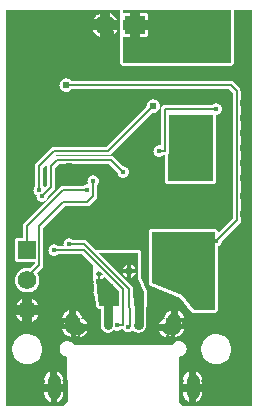
<source format=gbl>
G04 ---------------------------- Layer name :BOTTOM LAYER*
G04 EasyEDA v5.8.22, Wed, 26 Dec 2018 05:37:28 GMT*
G04 8ad1f06e4ff34cadb9936333048842b5*
G04 Gerber Generator version 0.2*
G04 Scale: 100 percent, Rotated: No, Reflected: No *
G04 Dimensions in inches *
G04 leading zeros omitted , absolute positions ,2 integer and 4 decimal *
%FSLAX24Y24*%
%MOIN*%
G90*
G70D02*

%ADD13C,0.020000*%
%ADD17C,0.008000*%
%ADD22C,0.017716*%
%ADD23C,0.024400*%
%ADD33C,0.062000*%
%ADD34R,0.062000X0.062000*%
%ADD35R,0.066929X0.062000*%
%ADD36C,0.066929*%
%ADD37C,0.047240*%
%ADD38C,0.043307*%
%ADD39C,0.030000*%

%LPD*%
G36*
G01X1900Y0D02*
G01X0Y0D01*
G01X0Y13200D01*
G01X3800Y13200D01*
G01X3800Y11450D01*
G01X3800Y11445D01*
G01X3800Y11441D01*
G01X3800Y11437D01*
G01X3801Y11433D01*
G01X3802Y11429D01*
G01X3803Y11425D01*
G01X3804Y11421D01*
G01X3805Y11417D01*
G01X3806Y11413D01*
G01X3808Y11409D01*
G01X3810Y11406D01*
G01X3812Y11402D01*
G01X3814Y11398D01*
G01X3816Y11395D01*
G01X3818Y11391D01*
G01X3821Y11388D01*
G01X3823Y11385D01*
G01X3826Y11382D01*
G01X3829Y11379D01*
G01X3832Y11376D01*
G01X3835Y11373D01*
G01X3838Y11371D01*
G01X3841Y11368D01*
G01X3845Y11366D01*
G01X3848Y11364D01*
G01X3852Y11362D01*
G01X3856Y11360D01*
G01X3859Y11358D01*
G01X3863Y11356D01*
G01X3867Y11355D01*
G01X3871Y11354D01*
G01X3875Y11353D01*
G01X3879Y11352D01*
G01X3883Y11351D01*
G01X3887Y11350D01*
G01X3891Y11350D01*
G01X3895Y11350D01*
G01X3900Y11350D01*
G01X7500Y11350D01*
G01X7504Y11350D01*
G01X7508Y11350D01*
G01X7512Y11350D01*
G01X7516Y11351D01*
G01X7520Y11352D01*
G01X7524Y11353D01*
G01X7528Y11354D01*
G01X7532Y11355D01*
G01X7536Y11356D01*
G01X7540Y11358D01*
G01X7543Y11360D01*
G01X7547Y11362D01*
G01X7551Y11364D01*
G01X7554Y11366D01*
G01X7558Y11368D01*
G01X7561Y11371D01*
G01X7564Y11373D01*
G01X7567Y11376D01*
G01X7570Y11379D01*
G01X7573Y11382D01*
G01X7576Y11385D01*
G01X7578Y11388D01*
G01X7581Y11391D01*
G01X7583Y11395D01*
G01X7585Y11398D01*
G01X7587Y11402D01*
G01X7589Y11406D01*
G01X7591Y11409D01*
G01X7593Y11413D01*
G01X7594Y11417D01*
G01X7595Y11421D01*
G01X7596Y11425D01*
G01X7597Y11429D01*
G01X7598Y11433D01*
G01X7599Y11437D01*
G01X7599Y11441D01*
G01X7599Y11445D01*
G01X7600Y11450D01*
G01X7600Y13200D01*
G01X8200Y13200D01*
G01X8200Y0D01*
G01X5896Y0D01*
G01X5757Y150D01*
G01X5757Y1650D01*
G01X5777Y1651D01*
G01X5802Y1654D01*
G01X5828Y1660D01*
G01X5852Y1668D01*
G01X5875Y1678D01*
G01X5898Y1691D01*
G01X5919Y1706D01*
G01X5938Y1723D01*
G01X5956Y1742D01*
G01X5971Y1763D01*
G01X5985Y1785D01*
G01X5996Y1808D01*
G01X6005Y1832D01*
G01X6011Y1857D01*
G01X6015Y1883D01*
G01X6016Y1909D01*
G01X6015Y1934D01*
G01X6011Y1960D01*
G01X6005Y1985D01*
G01X5996Y2009D01*
G01X5985Y2032D01*
G01X5971Y2054D01*
G01X5956Y2075D01*
G01X5938Y2094D01*
G01X5919Y2111D01*
G01X5898Y2126D01*
G01X5875Y2139D01*
G01X5852Y2149D01*
G01X5828Y2157D01*
G01X5802Y2163D01*
G01X5777Y2166D01*
G01X5751Y2167D01*
G01X5725Y2165D01*
G01X5700Y2161D01*
G01X5675Y2154D01*
G01X5651Y2144D01*
G01X5628Y2132D01*
G01X5607Y2118D01*
G01X5586Y2102D01*
G01X5568Y2084D01*
G01X5551Y2065D01*
G01X5537Y2043D01*
G01X5534Y2039D01*
G01X2263Y2039D01*
G01X2254Y2054D01*
G01X2239Y2075D01*
G01X2221Y2094D01*
G01X2202Y2111D01*
G01X2181Y2126D01*
G01X2158Y2139D01*
G01X2135Y2149D01*
G01X2111Y2157D01*
G01X2085Y2163D01*
G01X2060Y2166D01*
G01X2034Y2167D01*
G01X2008Y2165D01*
G01X1983Y2161D01*
G01X1958Y2154D01*
G01X1934Y2144D01*
G01X1911Y2132D01*
G01X1890Y2118D01*
G01X1869Y2102D01*
G01X1851Y2084D01*
G01X1834Y2065D01*
G01X1820Y2043D01*
G01X1808Y2021D01*
G01X1798Y1997D01*
G01X1790Y1972D01*
G01X1785Y1947D01*
G01X1782Y1921D01*
G01X1782Y1896D01*
G01X1785Y1870D01*
G01X1790Y1845D01*
G01X1798Y1820D01*
G01X1808Y1796D01*
G01X1820Y1774D01*
G01X1834Y1752D01*
G01X1851Y1733D01*
G01X1869Y1715D01*
G01X1890Y1699D01*
G01X1911Y1685D01*
G01X1934Y1673D01*
G01X1958Y1663D01*
G01X1983Y1657D01*
G01X2008Y1652D01*
G01X2034Y1650D01*
G01X2039Y1650D01*
G01X2045Y149D01*
G01X1900Y0D01*
G37*

%LPC*%
G36*
G01X2907Y12889D02*
G01X2898Y12867D01*
G01X3132Y12867D01*
G01X3132Y13101D01*
G01X3120Y13097D01*
G01X3082Y13077D01*
G01X3045Y13053D01*
G01X3011Y13026D01*
G01X2980Y12996D01*
G01X2952Y12963D01*
G01X2928Y12927D01*
G01X2907Y12889D01*
G37*
G36*
G01X1697Y176D02*
G01X1697Y135D01*
G01X1702Y137D01*
G01X1706Y139D01*
G01X1716Y143D01*
G01X1721Y145D01*
G01X1731Y150D01*
G01X1735Y152D01*
G01X1745Y157D01*
G01X1749Y160D01*
G01X1758Y165D01*
G01X1762Y168D01*
G01X1771Y174D01*
G01X1775Y177D01*
G01X1784Y183D01*
G01X1788Y187D01*
G01X1796Y194D01*
G01X1800Y197D01*
G01X1808Y204D01*
G01X1811Y208D01*
G01X1819Y215D01*
G01X1822Y219D01*
G01X1829Y227D01*
G01X1833Y231D01*
G01X1839Y239D01*
G01X1842Y243D01*
G01X1849Y252D01*
G01X1851Y256D01*
G01X1857Y265D01*
G01X1860Y270D01*
G01X1865Y279D01*
G01X1868Y283D01*
G01X1873Y293D01*
G01X1875Y297D01*
G01X1879Y307D01*
G01X1881Y312D01*
G01X1885Y322D01*
G01X1887Y327D01*
G01X1890Y337D01*
G01X1892Y342D01*
G01X1895Y352D01*
G01X1896Y357D01*
G01X1898Y367D01*
G01X1899Y372D01*
G01X1901Y383D01*
G01X1902Y388D01*
G01X1903Y393D01*
G01X1890Y393D01*
G01X1891Y396D01*
G01X1893Y406D01*
G01X1894Y411D01*
G01X1896Y422D01*
G01X1897Y427D01*
G01X1898Y438D01*
G01X1899Y442D01*
G01X1899Y453D01*
G01X1900Y458D01*
G01X1900Y462D01*
G01X1692Y462D01*
G01X1692Y174D01*
G01X1697Y176D01*
G37*
G36*
G01X1475Y137D02*
G01X1480Y135D01*
G01X1480Y393D01*
G01X1475Y393D01*
G01X1475Y462D01*
G01X1267Y462D01*
G01X1267Y458D01*
G01X1268Y453D01*
G01X1268Y442D01*
G01X1269Y438D01*
G01X1270Y427D01*
G01X1271Y422D01*
G01X1273Y411D01*
G01X1274Y406D01*
G01X1276Y396D01*
G01X1277Y393D01*
G01X1274Y393D01*
G01X1275Y388D01*
G01X1276Y383D01*
G01X1278Y372D01*
G01X1279Y367D01*
G01X1281Y357D01*
G01X1282Y352D01*
G01X1285Y342D01*
G01X1287Y337D01*
G01X1290Y327D01*
G01X1292Y322D01*
G01X1296Y312D01*
G01X1298Y307D01*
G01X1302Y297D01*
G01X1304Y293D01*
G01X1309Y283D01*
G01X1312Y279D01*
G01X1317Y270D01*
G01X1320Y265D01*
G01X1326Y256D01*
G01X1328Y252D01*
G01X1335Y243D01*
G01X1338Y239D01*
G01X1344Y231D01*
G01X1348Y227D01*
G01X1355Y219D01*
G01X1358Y215D01*
G01X1366Y208D01*
G01X1369Y204D01*
G01X1377Y197D01*
G01X1381Y194D01*
G01X1389Y187D01*
G01X1393Y183D01*
G01X1402Y177D01*
G01X1406Y174D01*
G01X1415Y168D01*
G01X1419Y165D01*
G01X1428Y160D01*
G01X1432Y157D01*
G01X1442Y152D01*
G01X1446Y150D01*
G01X1456Y145D01*
G01X1461Y143D01*
G01X1471Y139D01*
G01X1475Y137D01*
G37*
G36*
G01X6323Y462D02*
G01X6323Y135D01*
G01X6328Y137D01*
G01X6332Y139D01*
G01X6342Y143D01*
G01X6347Y145D01*
G01X6357Y150D01*
G01X6361Y152D01*
G01X6371Y157D01*
G01X6375Y160D01*
G01X6384Y165D01*
G01X6388Y168D01*
G01X6397Y174D01*
G01X6401Y177D01*
G01X6410Y183D01*
G01X6414Y187D01*
G01X6422Y194D01*
G01X6426Y197D01*
G01X6434Y204D01*
G01X6437Y208D01*
G01X6445Y215D01*
G01X6448Y219D01*
G01X6455Y227D01*
G01X6459Y231D01*
G01X6465Y239D01*
G01X6468Y243D01*
G01X6475Y252D01*
G01X6477Y256D01*
G01X6483Y265D01*
G01X6486Y270D01*
G01X6491Y279D01*
G01X6494Y283D01*
G01X6499Y293D01*
G01X6501Y297D01*
G01X6505Y307D01*
G01X6507Y312D01*
G01X6511Y322D01*
G01X6513Y327D01*
G01X6516Y337D01*
G01X6518Y342D01*
G01X6521Y352D01*
G01X6522Y357D01*
G01X6524Y367D01*
G01X6525Y372D01*
G01X6527Y383D01*
G01X6528Y388D01*
G01X6529Y393D01*
G01X6521Y393D01*
G01X6522Y396D01*
G01X6524Y406D01*
G01X6525Y411D01*
G01X6527Y422D01*
G01X6528Y427D01*
G01X6529Y438D01*
G01X6530Y442D01*
G01X6530Y453D01*
G01X6531Y458D01*
G01X6531Y462D01*
G01X6323Y462D01*
G37*
G36*
G01X6101Y137D02*
G01X6106Y135D01*
G01X6106Y462D01*
G01X5898Y462D01*
G01X5898Y458D01*
G01X5899Y453D01*
G01X5899Y442D01*
G01X5900Y438D01*
G01X5901Y427D01*
G01X5902Y422D01*
G01X5904Y411D01*
G01X5905Y406D01*
G01X5907Y396D01*
G01X5908Y393D01*
G01X5900Y393D01*
G01X5901Y388D01*
G01X5902Y383D01*
G01X5904Y372D01*
G01X5905Y367D01*
G01X5907Y357D01*
G01X5908Y352D01*
G01X5911Y342D01*
G01X5913Y337D01*
G01X5916Y327D01*
G01X5918Y322D01*
G01X5922Y312D01*
G01X5924Y307D01*
G01X5928Y297D01*
G01X5930Y293D01*
G01X5935Y283D01*
G01X5938Y279D01*
G01X5943Y270D01*
G01X5946Y265D01*
G01X5952Y256D01*
G01X5954Y252D01*
G01X5961Y243D01*
G01X5964Y239D01*
G01X5970Y231D01*
G01X5974Y227D01*
G01X5981Y219D01*
G01X5984Y215D01*
G01X5992Y208D01*
G01X5995Y204D01*
G01X6003Y197D01*
G01X6007Y194D01*
G01X6015Y187D01*
G01X6019Y183D01*
G01X6028Y177D01*
G01X6032Y174D01*
G01X6041Y168D01*
G01X6045Y165D01*
G01X6054Y160D01*
G01X6058Y157D01*
G01X6068Y152D01*
G01X6072Y150D01*
G01X6082Y145D01*
G01X6087Y143D01*
G01X6097Y139D01*
G01X6101Y137D01*
G37*
G36*
G01X3467Y13101D02*
G01X3467Y12867D01*
G01X3702Y12867D01*
G01X3701Y12869D01*
G01X3682Y12908D01*
G01X3659Y12945D01*
G01X3633Y12980D01*
G01X3604Y13011D01*
G01X3571Y13040D01*
G01X3536Y13065D01*
G01X3498Y13087D01*
G01X3467Y13101D01*
G37*
G36*
G01X3120Y12302D02*
G01X3132Y12298D01*
G01X3132Y12532D01*
G01X2898Y12532D01*
G01X2907Y12510D01*
G01X2928Y12472D01*
G01X2952Y12436D01*
G01X2980Y12403D01*
G01X3011Y12373D01*
G01X3045Y12346D01*
G01X3082Y12322D01*
G01X3120Y12302D01*
G37*
G36*
G01X3467Y12532D02*
G01X3467Y12298D01*
G01X3498Y12312D01*
G01X3536Y12334D01*
G01X3571Y12359D01*
G01X3604Y12388D01*
G01X3633Y12419D01*
G01X3659Y12454D01*
G01X3682Y12491D01*
G01X3701Y12530D01*
G01X3702Y12532D01*
G01X3467Y12532D01*
G37*
G36*
G01X5395Y7400D02*
G01X5400Y7400D01*
G01X6900Y7400D01*
G01X6904Y7400D01*
G01X6908Y7400D01*
G01X6912Y7400D01*
G01X6916Y7401D01*
G01X6920Y7402D01*
G01X6924Y7403D01*
G01X6928Y7404D01*
G01X6932Y7405D01*
G01X6936Y7406D01*
G01X6940Y7408D01*
G01X6943Y7410D01*
G01X6947Y7412D01*
G01X6951Y7414D01*
G01X6954Y7416D01*
G01X6958Y7418D01*
G01X6961Y7421D01*
G01X6964Y7423D01*
G01X6967Y7426D01*
G01X6970Y7429D01*
G01X6973Y7432D01*
G01X6976Y7435D01*
G01X6978Y7438D01*
G01X6981Y7441D01*
G01X6983Y7445D01*
G01X6985Y7448D01*
G01X6987Y7452D01*
G01X6989Y7456D01*
G01X6991Y7459D01*
G01X6993Y7463D01*
G01X6994Y7467D01*
G01X6995Y7471D01*
G01X6996Y7475D01*
G01X6997Y7479D01*
G01X6998Y7483D01*
G01X6999Y7487D01*
G01X6999Y7491D01*
G01X6999Y7495D01*
G01X7000Y7500D01*
G01X7000Y9700D01*
G01X6999Y9704D01*
G01X6999Y9708D01*
G01X6999Y9710D01*
G01X7014Y9710D01*
G01X7032Y9713D01*
G01X7051Y9717D01*
G01X7069Y9723D01*
G01X7086Y9731D01*
G01X7102Y9740D01*
G01X7118Y9751D01*
G01X7132Y9764D01*
G01X7145Y9778D01*
G01X7156Y9793D01*
G01X7166Y9809D01*
G01X7174Y9826D01*
G01X7181Y9844D01*
G01X7185Y9862D01*
G01X7188Y9881D01*
G01X7189Y9900D01*
G01X7188Y9918D01*
G01X7185Y9937D01*
G01X7181Y9955D01*
G01X7174Y9973D01*
G01X7166Y9990D01*
G01X7156Y10006D01*
G01X7145Y10021D01*
G01X7132Y10035D01*
G01X7118Y10048D01*
G01X7102Y10059D01*
G01X7086Y10068D01*
G01X7069Y10076D01*
G01X7051Y10082D01*
G01X7032Y10086D01*
G01X7014Y10089D01*
G01X6995Y10089D01*
G01X6976Y10088D01*
G01X6957Y10084D01*
G01X6939Y10079D01*
G01X6922Y10072D01*
G01X6905Y10064D01*
G01X6889Y10053D01*
G01X6874Y10042D01*
G01X6872Y10040D01*
G01X5300Y10040D01*
G01X5295Y10039D01*
G01X5290Y10039D01*
G01X5285Y10039D01*
G01X5280Y10038D01*
G01X5275Y10037D01*
G01X5270Y10036D01*
G01X5266Y10035D01*
G01X5261Y10034D01*
G01X5256Y10033D01*
G01X5252Y10031D01*
G01X5247Y10029D01*
G01X5243Y10027D01*
G01X5238Y10025D01*
G01X5234Y10023D01*
G01X5230Y10021D01*
G01X5225Y10018D01*
G01X5221Y10016D01*
G01X5217Y10013D01*
G01X5213Y10010D01*
G01X5210Y10007D01*
G01X5206Y10004D01*
G01X5202Y10000D01*
G01X5199Y9997D01*
G01X5195Y9993D01*
G01X5192Y9989D01*
G01X5189Y9986D01*
G01X5186Y9982D01*
G01X5183Y9978D01*
G01X5181Y9974D01*
G01X5178Y9969D01*
G01X5176Y9965D01*
G01X5174Y9961D01*
G01X5172Y9956D01*
G01X5170Y9952D01*
G01X5168Y9947D01*
G01X5166Y9943D01*
G01X5165Y9938D01*
G01X5164Y9933D01*
G01X5163Y9929D01*
G01X5162Y9924D01*
G01X5161Y9919D01*
G01X5160Y9914D01*
G01X5160Y9909D01*
G01X5160Y9904D01*
G01X5160Y9900D01*
G01X5160Y8679D01*
G01X5151Y8682D01*
G01X5132Y8686D01*
G01X5114Y8689D01*
G01X5095Y8689D01*
G01X5076Y8688D01*
G01X5057Y8684D01*
G01X5039Y8679D01*
G01X5022Y8672D01*
G01X5005Y8664D01*
G01X4989Y8653D01*
G01X4974Y8642D01*
G01X4961Y8628D01*
G01X4948Y8614D01*
G01X4938Y8598D01*
G01X4929Y8582D01*
G01X4921Y8564D01*
G01X4916Y8546D01*
G01X4912Y8528D01*
G01X4910Y8509D01*
G01X4910Y8490D01*
G01X4912Y8471D01*
G01X4916Y8453D01*
G01X4921Y8435D01*
G01X4929Y8417D01*
G01X4938Y8401D01*
G01X4948Y8385D01*
G01X4961Y8371D01*
G01X4974Y8357D01*
G01X4989Y8346D01*
G01X5005Y8335D01*
G01X5022Y8327D01*
G01X5039Y8320D01*
G01X5057Y8315D01*
G01X5076Y8311D01*
G01X5095Y8310D01*
G01X5114Y8310D01*
G01X5132Y8313D01*
G01X5151Y8317D01*
G01X5169Y8323D01*
G01X5186Y8331D01*
G01X5202Y8340D01*
G01X5218Y8351D01*
G01X5227Y8359D01*
G01X5300Y8359D01*
G01X5300Y7500D01*
G01X5300Y7495D01*
G01X5300Y7491D01*
G01X5300Y7487D01*
G01X5301Y7483D01*
G01X5302Y7479D01*
G01X5303Y7475D01*
G01X5304Y7471D01*
G01X5305Y7467D01*
G01X5306Y7463D01*
G01X5308Y7459D01*
G01X5310Y7456D01*
G01X5312Y7452D01*
G01X5314Y7448D01*
G01X5316Y7445D01*
G01X5318Y7441D01*
G01X5321Y7438D01*
G01X5323Y7435D01*
G01X5326Y7432D01*
G01X5329Y7429D01*
G01X5332Y7426D01*
G01X5335Y7423D01*
G01X5338Y7421D01*
G01X5341Y7418D01*
G01X5345Y7416D01*
G01X5348Y7414D01*
G01X5352Y7412D01*
G01X5356Y7410D01*
G01X5359Y7408D01*
G01X5363Y7406D01*
G01X5367Y7405D01*
G01X5371Y7404D01*
G01X5375Y7403D01*
G01X5379Y7402D01*
G01X5383Y7401D01*
G01X5387Y7400D01*
G01X5391Y7400D01*
G01X5395Y7400D01*
G37*
G36*
G01X1697Y875D02*
G01X1697Y748D01*
G01X1903Y748D01*
G01X1902Y753D01*
G01X1901Y758D01*
G01X1899Y769D01*
G01X1898Y774D01*
G01X1896Y784D01*
G01X1895Y789D01*
G01X1892Y799D01*
G01X1890Y804D01*
G01X1887Y814D01*
G01X1885Y819D01*
G01X1881Y829D01*
G01X1879Y834D01*
G01X1875Y844D01*
G01X1873Y848D01*
G01X1868Y858D01*
G01X1865Y862D01*
G01X1860Y871D01*
G01X1858Y875D01*
G01X1900Y875D01*
G01X1900Y879D01*
G01X1899Y884D01*
G01X1899Y895D01*
G01X1898Y899D01*
G01X1897Y910D01*
G01X1896Y915D01*
G01X1894Y926D01*
G01X1893Y931D01*
G01X1891Y941D01*
G01X1890Y946D01*
G01X1887Y956D01*
G01X1885Y961D01*
G01X1882Y971D01*
G01X1880Y976D01*
G01X1876Y986D01*
G01X1874Y991D01*
G01X1870Y1001D01*
G01X1868Y1005D01*
G01X1863Y1015D01*
G01X1860Y1019D01*
G01X1855Y1028D01*
G01X1852Y1033D01*
G01X1846Y1042D01*
G01X1844Y1046D01*
G01X1837Y1055D01*
G01X1834Y1059D01*
G01X1828Y1067D01*
G01X1824Y1071D01*
G01X1817Y1079D01*
G01X1814Y1083D01*
G01X1806Y1090D01*
G01X1803Y1094D01*
G01X1795Y1101D01*
G01X1791Y1104D01*
G01X1783Y1111D01*
G01X1779Y1115D01*
G01X1770Y1121D01*
G01X1766Y1124D01*
G01X1757Y1130D01*
G01X1753Y1133D01*
G01X1744Y1138D01*
G01X1740Y1141D01*
G01X1730Y1146D01*
G01X1726Y1148D01*
G01X1716Y1153D01*
G01X1711Y1155D01*
G01X1701Y1159D01*
G01X1697Y1161D01*
G01X1692Y1163D01*
G01X1692Y875D01*
G01X1697Y875D01*
G37*
G36*
G01X1275Y753D02*
G01X1274Y748D01*
G01X1480Y748D01*
G01X1480Y1006D01*
G01X1475Y1004D01*
G01X1475Y1163D01*
G01X1470Y1161D01*
G01X1466Y1159D01*
G01X1456Y1155D01*
G01X1451Y1153D01*
G01X1441Y1148D01*
G01X1437Y1146D01*
G01X1427Y1141D01*
G01X1423Y1138D01*
G01X1414Y1133D01*
G01X1410Y1130D01*
G01X1401Y1124D01*
G01X1397Y1121D01*
G01X1388Y1115D01*
G01X1384Y1111D01*
G01X1376Y1104D01*
G01X1372Y1101D01*
G01X1364Y1094D01*
G01X1361Y1090D01*
G01X1353Y1083D01*
G01X1350Y1079D01*
G01X1343Y1071D01*
G01X1339Y1067D01*
G01X1333Y1059D01*
G01X1330Y1055D01*
G01X1323Y1046D01*
G01X1321Y1042D01*
G01X1315Y1033D01*
G01X1312Y1028D01*
G01X1307Y1019D01*
G01X1304Y1015D01*
G01X1299Y1005D01*
G01X1297Y1001D01*
G01X1293Y991D01*
G01X1291Y986D01*
G01X1287Y976D01*
G01X1285Y971D01*
G01X1282Y961D01*
G01X1280Y956D01*
G01X1277Y946D01*
G01X1276Y941D01*
G01X1274Y931D01*
G01X1273Y926D01*
G01X1271Y915D01*
G01X1270Y910D01*
G01X1269Y899D01*
G01X1268Y895D01*
G01X1268Y884D01*
G01X1267Y879D01*
G01X1267Y875D01*
G01X1319Y875D01*
G01X1317Y871D01*
G01X1312Y862D01*
G01X1309Y858D01*
G01X1304Y848D01*
G01X1302Y844D01*
G01X1298Y834D01*
G01X1296Y829D01*
G01X1292Y819D01*
G01X1290Y814D01*
G01X1287Y804D01*
G01X1285Y799D01*
G01X1282Y789D01*
G01X1281Y784D01*
G01X1279Y774D01*
G01X1278Y769D01*
G01X1276Y758D01*
G01X1275Y753D01*
G37*
G36*
G01X6323Y1163D02*
G01X6323Y748D01*
G01X6529Y748D01*
G01X6528Y753D01*
G01X6527Y758D01*
G01X6525Y769D01*
G01X6524Y774D01*
G01X6522Y784D01*
G01X6521Y789D01*
G01X6518Y799D01*
G01X6516Y804D01*
G01X6513Y814D01*
G01X6511Y819D01*
G01X6507Y829D01*
G01X6505Y834D01*
G01X6501Y844D01*
G01X6499Y848D01*
G01X6494Y858D01*
G01X6491Y862D01*
G01X6486Y871D01*
G01X6484Y875D01*
G01X6531Y875D01*
G01X6531Y879D01*
G01X6530Y884D01*
G01X6530Y895D01*
G01X6529Y899D01*
G01X6528Y910D01*
G01X6527Y915D01*
G01X6525Y926D01*
G01X6524Y931D01*
G01X6522Y941D01*
G01X6521Y946D01*
G01X6518Y956D01*
G01X6516Y961D01*
G01X6513Y971D01*
G01X6511Y976D01*
G01X6507Y986D01*
G01X6505Y991D01*
G01X6501Y1001D01*
G01X6499Y1005D01*
G01X6494Y1015D01*
G01X6491Y1019D01*
G01X6486Y1028D01*
G01X6483Y1033D01*
G01X6477Y1042D01*
G01X6475Y1046D01*
G01X6468Y1055D01*
G01X6465Y1059D01*
G01X6459Y1067D01*
G01X6455Y1071D01*
G01X6448Y1079D01*
G01X6445Y1083D01*
G01X6437Y1090D01*
G01X6434Y1094D01*
G01X6426Y1101D01*
G01X6422Y1104D01*
G01X6414Y1111D01*
G01X6410Y1115D01*
G01X6401Y1121D01*
G01X6397Y1124D01*
G01X6388Y1130D01*
G01X6384Y1133D01*
G01X6375Y1138D01*
G01X6371Y1141D01*
G01X6361Y1146D01*
G01X6357Y1148D01*
G01X6347Y1153D01*
G01X6342Y1155D01*
G01X6332Y1159D01*
G01X6328Y1161D01*
G01X6323Y1163D01*
G37*
G36*
G01X5901Y753D02*
G01X5900Y748D01*
G01X6106Y748D01*
G01X6106Y1163D01*
G01X6101Y1161D01*
G01X6097Y1159D01*
G01X6087Y1155D01*
G01X6082Y1153D01*
G01X6072Y1148D01*
G01X6068Y1146D01*
G01X6058Y1141D01*
G01X6054Y1138D01*
G01X6045Y1133D01*
G01X6041Y1130D01*
G01X6032Y1124D01*
G01X6028Y1121D01*
G01X6019Y1115D01*
G01X6015Y1111D01*
G01X6007Y1104D01*
G01X6003Y1101D01*
G01X5995Y1094D01*
G01X5992Y1090D01*
G01X5984Y1083D01*
G01X5981Y1079D01*
G01X5974Y1071D01*
G01X5970Y1067D01*
G01X5964Y1059D01*
G01X5961Y1055D01*
G01X5954Y1046D01*
G01X5952Y1042D01*
G01X5946Y1033D01*
G01X5943Y1028D01*
G01X5938Y1019D01*
G01X5935Y1015D01*
G01X5930Y1005D01*
G01X5928Y1001D01*
G01X5924Y991D01*
G01X5922Y986D01*
G01X5918Y976D01*
G01X5916Y971D01*
G01X5913Y961D01*
G01X5911Y956D01*
G01X5908Y946D01*
G01X5907Y941D01*
G01X5905Y931D01*
G01X5904Y926D01*
G01X5902Y915D01*
G01X5901Y910D01*
G01X5900Y899D01*
G01X5899Y895D01*
G01X5899Y884D01*
G01X5898Y879D01*
G01X5898Y875D01*
G01X5945Y875D01*
G01X5943Y871D01*
G01X5938Y862D01*
G01X5935Y858D01*
G01X5930Y848D01*
G01X5928Y844D01*
G01X5924Y834D01*
G01X5922Y829D01*
G01X5918Y819D01*
G01X5916Y814D01*
G01X5913Y804D01*
G01X5911Y799D01*
G01X5908Y789D01*
G01X5907Y784D01*
G01X5905Y774D01*
G01X5904Y769D01*
G01X5902Y758D01*
G01X5901Y753D01*
G37*
G36*
G01X1176Y6811D02*
G01X1195Y6810D01*
G01X1214Y6810D01*
G01X1232Y6813D01*
G01X1251Y6817D01*
G01X1269Y6823D01*
G01X1286Y6831D01*
G01X1302Y6840D01*
G01X1318Y6851D01*
G01X1332Y6864D01*
G01X1345Y6878D01*
G01X1356Y6893D01*
G01X1366Y6909D01*
G01X1374Y6926D01*
G01X1381Y6944D01*
G01X1385Y6962D01*
G01X1388Y6981D01*
G01X1389Y6991D01*
G01X1598Y7201D01*
G01X1602Y7204D01*
G01X1605Y7208D01*
G01X1609Y7212D01*
G01X1612Y7216D01*
G01X1615Y7220D01*
G01X1617Y7224D01*
G01X1620Y7228D01*
G01X1622Y7232D01*
G01X1625Y7237D01*
G01X1627Y7241D01*
G01X1629Y7246D01*
G01X1631Y7251D01*
G01X1632Y7255D01*
G01X1634Y7260D01*
G01X1635Y7265D01*
G01X1636Y7270D01*
G01X1637Y7275D01*
G01X1638Y7280D01*
G01X1639Y7285D01*
G01X1639Y7290D01*
G01X1639Y7294D01*
G01X1640Y7300D01*
G01X1640Y7942D01*
G01X1757Y8059D01*
G01X3442Y8059D01*
G01X3710Y7791D01*
G01X3710Y7790D01*
G01X3712Y7771D01*
G01X3716Y7753D01*
G01X3721Y7735D01*
G01X3729Y7717D01*
G01X3738Y7701D01*
G01X3748Y7685D01*
G01X3761Y7671D01*
G01X3774Y7657D01*
G01X3789Y7646D01*
G01X3805Y7635D01*
G01X3822Y7627D01*
G01X3839Y7620D01*
G01X3857Y7615D01*
G01X3876Y7611D01*
G01X3895Y7610D01*
G01X3914Y7610D01*
G01X3932Y7613D01*
G01X3951Y7617D01*
G01X3969Y7623D01*
G01X3986Y7631D01*
G01X4002Y7640D01*
G01X4018Y7651D01*
G01X4032Y7664D01*
G01X4045Y7678D01*
G01X4056Y7693D01*
G01X4066Y7709D01*
G01X4074Y7726D01*
G01X4081Y7744D01*
G01X4085Y7762D01*
G01X4088Y7781D01*
G01X4089Y7800D01*
G01X4088Y7818D01*
G01X4085Y7837D01*
G01X4081Y7855D01*
G01X4074Y7873D01*
G01X4066Y7890D01*
G01X4056Y7906D01*
G01X4045Y7921D01*
G01X4032Y7935D01*
G01X4018Y7948D01*
G01X4002Y7959D01*
G01X3986Y7968D01*
G01X3969Y7976D01*
G01X3951Y7982D01*
G01X3932Y7986D01*
G01X3914Y7989D01*
G01X3908Y7989D01*
G01X3598Y8298D01*
G01X3595Y8302D01*
G01X3591Y8305D01*
G01X3587Y8309D01*
G01X3583Y8312D01*
G01X3579Y8315D01*
G01X3575Y8317D01*
G01X3571Y8320D01*
G01X3567Y8322D01*
G01X3562Y8325D01*
G01X3558Y8327D01*
G01X3553Y8329D01*
G01X3548Y8331D01*
G01X3544Y8332D01*
G01X3539Y8334D01*
G01X3534Y8335D01*
G01X3529Y8336D01*
G01X3524Y8337D01*
G01X3519Y8338D01*
G01X3514Y8339D01*
G01X3509Y8339D01*
G01X3505Y8339D01*
G01X3500Y8340D01*
G01X1700Y8340D01*
G01X1694Y8339D01*
G01X1690Y8339D01*
G01X1685Y8339D01*
G01X1680Y8338D01*
G01X1675Y8337D01*
G01X1670Y8336D01*
G01X1665Y8335D01*
G01X1660Y8334D01*
G01X1655Y8332D01*
G01X1651Y8331D01*
G01X1646Y8329D01*
G01X1641Y8327D01*
G01X1637Y8325D01*
G01X1632Y8322D01*
G01X1628Y8320D01*
G01X1624Y8317D01*
G01X1620Y8315D01*
G01X1616Y8312D01*
G01X1612Y8309D01*
G01X1608Y8305D01*
G01X1604Y8302D01*
G01X1601Y8298D01*
G01X1401Y8098D01*
G01X1397Y8095D01*
G01X1394Y8091D01*
G01X1390Y8087D01*
G01X1387Y8083D01*
G01X1384Y8079D01*
G01X1382Y8075D01*
G01X1379Y8071D01*
G01X1377Y8067D01*
G01X1374Y8062D01*
G01X1372Y8058D01*
G01X1370Y8053D01*
G01X1368Y8048D01*
G01X1367Y8044D01*
G01X1365Y8039D01*
G01X1364Y8034D01*
G01X1363Y8029D01*
G01X1362Y8024D01*
G01X1361Y8019D01*
G01X1360Y8014D01*
G01X1360Y8009D01*
G01X1360Y8005D01*
G01X1359Y8000D01*
G01X1359Y7357D01*
G01X1274Y7272D01*
G01X1274Y7273D01*
G01X1266Y7290D01*
G01X1256Y7306D01*
G01X1245Y7321D01*
G01X1240Y7327D01*
G01X1240Y7942D01*
G01X1657Y8359D01*
G01X3400Y8359D01*
G01X3405Y8360D01*
G01X3409Y8360D01*
G01X3414Y8360D01*
G01X3419Y8361D01*
G01X3424Y8362D01*
G01X3429Y8363D01*
G01X3434Y8364D01*
G01X3439Y8365D01*
G01X3444Y8367D01*
G01X3448Y8368D01*
G01X3453Y8370D01*
G01X3458Y8372D01*
G01X3462Y8374D01*
G01X3467Y8377D01*
G01X3471Y8379D01*
G01X3475Y8382D01*
G01X3479Y8384D01*
G01X3483Y8387D01*
G01X3487Y8390D01*
G01X3491Y8394D01*
G01X3495Y8397D01*
G01X3498Y8401D01*
G01X4876Y9778D01*
G01X4894Y9777D01*
G01X4916Y9777D01*
G01X4938Y9780D01*
G01X4960Y9785D01*
G01X4981Y9792D01*
G01X5001Y9801D01*
G01X5020Y9812D01*
G01X5039Y9825D01*
G01X5055Y9840D01*
G01X5070Y9856D01*
G01X5084Y9874D01*
G01X5095Y9893D01*
G01X5105Y9913D01*
G01X5113Y9934D01*
G01X5118Y9955D01*
G01X5121Y9977D01*
G01X5122Y10000D01*
G01X5121Y10022D01*
G01X5118Y10044D01*
G01X5113Y10065D01*
G01X5105Y10086D01*
G01X5095Y10106D01*
G01X5084Y10125D01*
G01X5070Y10143D01*
G01X5055Y10159D01*
G01X5039Y10174D01*
G01X5020Y10187D01*
G01X5001Y10198D01*
G01X4981Y10207D01*
G01X4960Y10214D01*
G01X4938Y10219D01*
G01X4916Y10222D01*
G01X4894Y10222D01*
G01X4872Y10221D01*
G01X4850Y10217D01*
G01X4828Y10211D01*
G01X4808Y10203D01*
G01X4788Y10193D01*
G01X4769Y10181D01*
G01X4752Y10167D01*
G01X4736Y10151D01*
G01X4722Y10134D01*
G01X4709Y10116D01*
G01X4699Y10096D01*
G01X4690Y10076D01*
G01X4683Y10055D01*
G01X4679Y10033D01*
G01X4677Y10011D01*
G01X4677Y9988D01*
G01X4678Y9976D01*
G01X3342Y8640D01*
G01X1600Y8640D01*
G01X1594Y8639D01*
G01X1590Y8639D01*
G01X1585Y8639D01*
G01X1580Y8638D01*
G01X1575Y8637D01*
G01X1570Y8636D01*
G01X1565Y8635D01*
G01X1560Y8634D01*
G01X1555Y8632D01*
G01X1551Y8631D01*
G01X1546Y8629D01*
G01X1541Y8627D01*
G01X1537Y8625D01*
G01X1532Y8622D01*
G01X1528Y8620D01*
G01X1524Y8617D01*
G01X1520Y8615D01*
G01X1516Y8612D01*
G01X1512Y8609D01*
G01X1508Y8605D01*
G01X1504Y8602D01*
G01X1501Y8598D01*
G01X1001Y8098D01*
G01X997Y8095D01*
G01X994Y8091D01*
G01X990Y8087D01*
G01X987Y8083D01*
G01X984Y8079D01*
G01X982Y8075D01*
G01X979Y8071D01*
G01X977Y8067D01*
G01X974Y8062D01*
G01X972Y8058D01*
G01X970Y8053D01*
G01X968Y8048D01*
G01X967Y8044D01*
G01X965Y8039D01*
G01X964Y8034D01*
G01X963Y8029D01*
G01X962Y8024D01*
G01X961Y8019D01*
G01X960Y8014D01*
G01X960Y8009D01*
G01X960Y8005D01*
G01X959Y8000D01*
G01X959Y7327D01*
G01X948Y7314D01*
G01X938Y7298D01*
G01X929Y7282D01*
G01X921Y7264D01*
G01X916Y7246D01*
G01X912Y7228D01*
G01X910Y7209D01*
G01X910Y7190D01*
G01X912Y7171D01*
G01X916Y7153D01*
G01X921Y7135D01*
G01X929Y7117D01*
G01X938Y7101D01*
G01X948Y7085D01*
G01X961Y7071D01*
G01X974Y7057D01*
G01X989Y7046D01*
G01X1005Y7035D01*
G01X1013Y7031D01*
G01X1012Y7028D01*
G01X1010Y7009D01*
G01X1010Y6990D01*
G01X1012Y6971D01*
G01X1016Y6953D01*
G01X1021Y6935D01*
G01X1029Y6917D01*
G01X1038Y6901D01*
G01X1048Y6885D01*
G01X1061Y6871D01*
G01X1074Y6857D01*
G01X1089Y6846D01*
G01X1105Y6835D01*
G01X1122Y6827D01*
G01X1139Y6820D01*
G01X1157Y6815D01*
G01X1176Y6811D01*
G37*
G36*
G01X648Y3792D02*
G01X689Y3789D01*
G01X730Y3790D01*
G01X771Y3795D01*
G01X811Y3804D01*
G01X850Y3817D01*
G01X887Y3834D01*
G01X922Y3854D01*
G01X956Y3878D01*
G01X986Y3905D01*
G01X1014Y3935D01*
G01X1039Y3968D01*
G01X1060Y4003D01*
G01X1078Y4040D01*
G01X1092Y4078D01*
G01X1102Y4118D01*
G01X1108Y4159D01*
G01X1111Y4200D01*
G01X1108Y4240D01*
G01X1102Y4281D01*
G01X1092Y4321D01*
G01X1078Y4359D01*
G01X1060Y4396D01*
G01X1039Y4431D01*
G01X1035Y4437D01*
G01X1198Y4601D01*
G01X1202Y4604D01*
G01X1205Y4608D01*
G01X1209Y4612D01*
G01X1212Y4616D01*
G01X1215Y4620D01*
G01X1217Y4624D01*
G01X1220Y4628D01*
G01X1222Y4632D01*
G01X1225Y4637D01*
G01X1227Y4641D01*
G01X1229Y4646D01*
G01X1231Y4651D01*
G01X1232Y4655D01*
G01X1234Y4660D01*
G01X1235Y4665D01*
G01X1236Y4670D01*
G01X1237Y4675D01*
G01X1238Y4680D01*
G01X1239Y4685D01*
G01X1239Y4690D01*
G01X1239Y4694D01*
G01X1240Y4700D01*
G01X1240Y5942D01*
G01X1957Y6659D01*
G01X2700Y6659D01*
G01X2705Y6660D01*
G01X2709Y6660D01*
G01X2714Y6660D01*
G01X2719Y6661D01*
G01X2724Y6662D01*
G01X2729Y6663D01*
G01X2734Y6664D01*
G01X2739Y6665D01*
G01X2744Y6667D01*
G01X2748Y6668D01*
G01X2753Y6670D01*
G01X2758Y6672D01*
G01X2762Y6674D01*
G01X2767Y6677D01*
G01X2771Y6679D01*
G01X2775Y6682D01*
G01X2779Y6684D01*
G01X2783Y6687D01*
G01X2787Y6690D01*
G01X2791Y6694D01*
G01X2795Y6697D01*
G01X2798Y6701D01*
G01X2998Y6901D01*
G01X3002Y6904D01*
G01X3005Y6908D01*
G01X3009Y6912D01*
G01X3012Y6916D01*
G01X3015Y6920D01*
G01X3017Y6924D01*
G01X3020Y6928D01*
G01X3022Y6932D01*
G01X3025Y6937D01*
G01X3027Y6941D01*
G01X3029Y6946D01*
G01X3031Y6951D01*
G01X3032Y6955D01*
G01X3034Y6960D01*
G01X3035Y6965D01*
G01X3036Y6970D01*
G01X3037Y6975D01*
G01X3038Y6980D01*
G01X3039Y6985D01*
G01X3039Y6990D01*
G01X3039Y6994D01*
G01X3040Y7000D01*
G01X3040Y7372D01*
G01X3045Y7378D01*
G01X3056Y7393D01*
G01X3066Y7409D01*
G01X3074Y7426D01*
G01X3081Y7444D01*
G01X3085Y7462D01*
G01X3088Y7481D01*
G01X3089Y7500D01*
G01X3088Y7518D01*
G01X3085Y7537D01*
G01X3081Y7555D01*
G01X3074Y7573D01*
G01X3066Y7590D01*
G01X3056Y7606D01*
G01X3045Y7621D01*
G01X3032Y7635D01*
G01X3018Y7648D01*
G01X3002Y7659D01*
G01X2986Y7668D01*
G01X2969Y7676D01*
G01X2951Y7682D01*
G01X2932Y7686D01*
G01X2914Y7689D01*
G01X2895Y7689D01*
G01X2876Y7688D01*
G01X2857Y7684D01*
G01X2839Y7679D01*
G01X2822Y7672D01*
G01X2805Y7664D01*
G01X2789Y7653D01*
G01X2774Y7642D01*
G01X2761Y7628D01*
G01X2748Y7614D01*
G01X2738Y7598D01*
G01X2729Y7582D01*
G01X2721Y7564D01*
G01X2716Y7546D01*
G01X2712Y7528D01*
G01X2710Y7509D01*
G01X2710Y7490D01*
G01X2712Y7471D01*
G01X2716Y7453D01*
G01X2721Y7435D01*
G01X2729Y7417D01*
G01X2738Y7401D01*
G01X2748Y7385D01*
G01X2751Y7382D01*
G01X2751Y7382D01*
G01X2732Y7386D01*
G01X2714Y7389D01*
G01X2695Y7389D01*
G01X2676Y7388D01*
G01X2657Y7384D01*
G01X2639Y7379D01*
G01X2622Y7372D01*
G01X2605Y7364D01*
G01X2589Y7353D01*
G01X2574Y7342D01*
G01X2572Y7340D01*
G01X1900Y7340D01*
G01X1894Y7339D01*
G01X1890Y7339D01*
G01X1885Y7339D01*
G01X1880Y7338D01*
G01X1875Y7337D01*
G01X1870Y7336D01*
G01X1865Y7335D01*
G01X1860Y7334D01*
G01X1855Y7332D01*
G01X1851Y7331D01*
G01X1846Y7329D01*
G01X1841Y7327D01*
G01X1837Y7325D01*
G01X1832Y7322D01*
G01X1828Y7320D01*
G01X1824Y7317D01*
G01X1820Y7315D01*
G01X1816Y7312D01*
G01X1812Y7309D01*
G01X1808Y7305D01*
G01X1804Y7302D01*
G01X1801Y7298D01*
G01X601Y6098D01*
G01X597Y6095D01*
G01X594Y6091D01*
G01X590Y6087D01*
G01X587Y6083D01*
G01X584Y6079D01*
G01X582Y6075D01*
G01X579Y6071D01*
G01X577Y6067D01*
G01X574Y6062D01*
G01X572Y6058D01*
G01X570Y6053D01*
G01X568Y6048D01*
G01X567Y6044D01*
G01X565Y6039D01*
G01X564Y6034D01*
G01X563Y6029D01*
G01X562Y6024D01*
G01X561Y6019D01*
G01X560Y6014D01*
G01X560Y6009D01*
G01X560Y6005D01*
G01X559Y6000D01*
G01X559Y5609D01*
G01X390Y5609D01*
G01X385Y5609D01*
G01X381Y5609D01*
G01X377Y5609D01*
G01X373Y5608D01*
G01X369Y5607D01*
G01X365Y5606D01*
G01X361Y5605D01*
G01X357Y5604D01*
G01X353Y5603D01*
G01X349Y5601D01*
G01X346Y5599D01*
G01X342Y5597D01*
G01X338Y5595D01*
G01X335Y5593D01*
G01X331Y5591D01*
G01X328Y5588D01*
G01X325Y5586D01*
G01X322Y5583D01*
G01X319Y5580D01*
G01X316Y5577D01*
G01X313Y5574D01*
G01X311Y5571D01*
G01X308Y5568D01*
G01X306Y5564D01*
G01X304Y5561D01*
G01X302Y5557D01*
G01X300Y5553D01*
G01X298Y5550D01*
G01X296Y5546D01*
G01X295Y5542D01*
G01X294Y5538D01*
G01X293Y5534D01*
G01X292Y5530D01*
G01X291Y5526D01*
G01X290Y5522D01*
G01X290Y5518D01*
G01X290Y5514D01*
G01X290Y5509D01*
G01X290Y4890D01*
G01X290Y4885D01*
G01X290Y4881D01*
G01X290Y4877D01*
G01X291Y4873D01*
G01X292Y4869D01*
G01X293Y4865D01*
G01X294Y4861D01*
G01X295Y4857D01*
G01X296Y4853D01*
G01X298Y4849D01*
G01X300Y4846D01*
G01X302Y4842D01*
G01X304Y4838D01*
G01X306Y4835D01*
G01X308Y4831D01*
G01X311Y4828D01*
G01X313Y4825D01*
G01X316Y4822D01*
G01X319Y4819D01*
G01X322Y4816D01*
G01X325Y4813D01*
G01X328Y4811D01*
G01X331Y4808D01*
G01X335Y4806D01*
G01X338Y4804D01*
G01X342Y4802D01*
G01X346Y4800D01*
G01X349Y4798D01*
G01X353Y4796D01*
G01X357Y4795D01*
G01X361Y4794D01*
G01X365Y4793D01*
G01X369Y4792D01*
G01X373Y4791D01*
G01X377Y4790D01*
G01X381Y4790D01*
G01X385Y4790D01*
G01X390Y4790D01*
G01X959Y4790D01*
G01X959Y4757D01*
G01X800Y4598D01*
G01X771Y4604D01*
G01X730Y4609D01*
G01X689Y4610D01*
G01X648Y4607D01*
G01X608Y4600D01*
G01X569Y4589D01*
G01X530Y4574D01*
G01X494Y4555D01*
G01X460Y4533D01*
G01X428Y4508D01*
G01X398Y4479D01*
G01X372Y4448D01*
G01X349Y4414D01*
G01X329Y4378D01*
G01X313Y4340D01*
G01X301Y4301D01*
G01X293Y4261D01*
G01X289Y4220D01*
G01X289Y4179D01*
G01X293Y4138D01*
G01X301Y4098D01*
G01X313Y4059D01*
G01X329Y4021D01*
G01X349Y3985D01*
G01X372Y3951D01*
G01X398Y3920D01*
G01X428Y3891D01*
G01X460Y3866D01*
G01X494Y3844D01*
G01X530Y3825D01*
G01X569Y3810D01*
G01X608Y3799D01*
G01X648Y3792D01*
G37*
G36*
G01X329Y3378D02*
G01X319Y3355D01*
G01X544Y3355D01*
G01X544Y3580D01*
G01X530Y3574D01*
G01X494Y3555D01*
G01X460Y3533D01*
G01X428Y3508D01*
G01X398Y3479D01*
G01X372Y3448D01*
G01X349Y3414D01*
G01X329Y3378D01*
G37*
G36*
G01X855Y3580D02*
G01X855Y3355D01*
G01X1080Y3355D01*
G01X1078Y3359D01*
G01X1060Y3396D01*
G01X1039Y3431D01*
G01X1014Y3464D01*
G01X986Y3494D01*
G01X956Y3521D01*
G01X922Y3545D01*
G01X887Y3565D01*
G01X855Y3580D01*
G37*
G36*
G01X6245Y3100D02*
G01X6250Y3100D01*
G01X6950Y3100D01*
G01X6954Y3100D01*
G01X6958Y3100D01*
G01X6962Y3100D01*
G01X6966Y3101D01*
G01X6970Y3102D01*
G01X6974Y3103D01*
G01X6978Y3104D01*
G01X6982Y3105D01*
G01X6986Y3106D01*
G01X6990Y3108D01*
G01X6993Y3110D01*
G01X6997Y3112D01*
G01X7001Y3114D01*
G01X7004Y3116D01*
G01X7008Y3118D01*
G01X7011Y3121D01*
G01X7014Y3123D01*
G01X7017Y3126D01*
G01X7020Y3129D01*
G01X7023Y3132D01*
G01X7026Y3135D01*
G01X7028Y3138D01*
G01X7031Y3141D01*
G01X7033Y3145D01*
G01X7035Y3148D01*
G01X7037Y3152D01*
G01X7039Y3156D01*
G01X7041Y3159D01*
G01X7043Y3163D01*
G01X7044Y3167D01*
G01X7045Y3171D01*
G01X7046Y3175D01*
G01X7047Y3179D01*
G01X7048Y3183D01*
G01X7049Y3187D01*
G01X7049Y3191D01*
G01X7049Y3195D01*
G01X7050Y3200D01*
G01X7050Y5317D01*
G01X7051Y5317D01*
G01X7069Y5323D01*
G01X7086Y5331D01*
G01X7102Y5340D01*
G01X7118Y5351D01*
G01X7132Y5364D01*
G01X7145Y5378D01*
G01X7156Y5393D01*
G01X7166Y5409D01*
G01X7174Y5426D01*
G01X7181Y5444D01*
G01X7185Y5462D01*
G01X7188Y5481D01*
G01X7189Y5491D01*
G01X7798Y6101D01*
G01X7802Y6104D01*
G01X7805Y6108D01*
G01X7809Y6112D01*
G01X7812Y6116D01*
G01X7814Y6120D01*
G01X7817Y6124D01*
G01X7820Y6128D01*
G01X7822Y6132D01*
G01X7825Y6137D01*
G01X7827Y6141D01*
G01X7829Y6146D01*
G01X7831Y6151D01*
G01X7832Y6155D01*
G01X7834Y6160D01*
G01X7835Y6165D01*
G01X7836Y6170D01*
G01X7837Y6175D01*
G01X7838Y6180D01*
G01X7839Y6185D01*
G01X7839Y6190D01*
G01X7839Y6194D01*
G01X7839Y6200D01*
G01X7839Y10500D01*
G01X7839Y10505D01*
G01X7839Y10509D01*
G01X7839Y10514D01*
G01X7838Y10519D01*
G01X7837Y10524D01*
G01X7836Y10529D01*
G01X7835Y10534D01*
G01X7834Y10539D01*
G01X7832Y10544D01*
G01X7831Y10548D01*
G01X7829Y10553D01*
G01X7827Y10558D01*
G01X7825Y10562D01*
G01X7822Y10567D01*
G01X7820Y10571D01*
G01X7817Y10575D01*
G01X7814Y10579D01*
G01X7812Y10583D01*
G01X7809Y10587D01*
G01X7805Y10591D01*
G01X7802Y10595D01*
G01X7798Y10598D01*
G01X7598Y10798D01*
G01X7595Y10802D01*
G01X7591Y10805D01*
G01X7587Y10809D01*
G01X7583Y10812D01*
G01X7579Y10815D01*
G01X7575Y10817D01*
G01X7571Y10820D01*
G01X7567Y10822D01*
G01X7562Y10825D01*
G01X7558Y10827D01*
G01X7553Y10829D01*
G01X7548Y10831D01*
G01X7544Y10832D01*
G01X7539Y10834D01*
G01X7534Y10835D01*
G01X7529Y10836D01*
G01X7524Y10837D01*
G01X7519Y10838D01*
G01X7514Y10839D01*
G01X7509Y10839D01*
G01X7505Y10839D01*
G01X7500Y10840D01*
G01X2173Y10840D01*
G01X2170Y10843D01*
G01X2155Y10859D01*
G01X2139Y10874D01*
G01X2120Y10887D01*
G01X2101Y10898D01*
G01X2081Y10907D01*
G01X2060Y10914D01*
G01X2038Y10919D01*
G01X2016Y10922D01*
G01X1994Y10922D01*
G01X1972Y10921D01*
G01X1950Y10917D01*
G01X1928Y10911D01*
G01X1908Y10903D01*
G01X1888Y10893D01*
G01X1869Y10881D01*
G01X1852Y10867D01*
G01X1836Y10851D01*
G01X1822Y10834D01*
G01X1809Y10816D01*
G01X1799Y10796D01*
G01X1790Y10776D01*
G01X1783Y10755D01*
G01X1779Y10733D01*
G01X1777Y10711D01*
G01X1777Y10688D01*
G01X1779Y10666D01*
G01X1783Y10644D01*
G01X1790Y10623D01*
G01X1799Y10603D01*
G01X1809Y10583D01*
G01X1822Y10565D01*
G01X1836Y10548D01*
G01X1852Y10532D01*
G01X1869Y10518D01*
G01X1888Y10506D01*
G01X1908Y10496D01*
G01X1928Y10488D01*
G01X1950Y10482D01*
G01X1972Y10478D01*
G01X1994Y10477D01*
G01X2016Y10477D01*
G01X2038Y10480D01*
G01X2060Y10485D01*
G01X2081Y10492D01*
G01X2101Y10501D01*
G01X2120Y10512D01*
G01X2139Y10525D01*
G01X2155Y10540D01*
G01X2170Y10556D01*
G01X2173Y10559D01*
G01X7442Y10559D01*
G01X7560Y10442D01*
G01X7560Y6257D01*
G01X7050Y5747D01*
G01X7050Y5800D01*
G01X7049Y5804D01*
G01X7049Y5808D01*
G01X7049Y5812D01*
G01X7048Y5816D01*
G01X7047Y5820D01*
G01X7046Y5824D01*
G01X7045Y5828D01*
G01X7044Y5832D01*
G01X7043Y5836D01*
G01X7041Y5840D01*
G01X7039Y5843D01*
G01X7037Y5847D01*
G01X7035Y5851D01*
G01X7033Y5854D01*
G01X7031Y5858D01*
G01X7028Y5861D01*
G01X7026Y5864D01*
G01X7023Y5867D01*
G01X7020Y5870D01*
G01X7017Y5873D01*
G01X7014Y5876D01*
G01X7011Y5878D01*
G01X7008Y5881D01*
G01X7004Y5883D01*
G01X7001Y5885D01*
G01X6997Y5887D01*
G01X6993Y5889D01*
G01X6990Y5891D01*
G01X6986Y5893D01*
G01X6982Y5894D01*
G01X6978Y5895D01*
G01X6974Y5896D01*
G01X6970Y5897D01*
G01X6966Y5898D01*
G01X6962Y5899D01*
G01X6958Y5899D01*
G01X6954Y5899D01*
G01X6950Y5900D01*
G01X4850Y5900D01*
G01X4845Y5899D01*
G01X4841Y5899D01*
G01X4837Y5899D01*
G01X4833Y5898D01*
G01X4829Y5897D01*
G01X4825Y5896D01*
G01X4821Y5895D01*
G01X4817Y5894D01*
G01X4813Y5893D01*
G01X4809Y5891D01*
G01X4806Y5889D01*
G01X4802Y5887D01*
G01X4798Y5885D01*
G01X4795Y5883D01*
G01X4791Y5881D01*
G01X4788Y5878D01*
G01X4785Y5876D01*
G01X4782Y5873D01*
G01X4779Y5870D01*
G01X4776Y5867D01*
G01X4773Y5864D01*
G01X4771Y5861D01*
G01X4768Y5858D01*
G01X4766Y5854D01*
G01X4764Y5851D01*
G01X4762Y5847D01*
G01X4760Y5843D01*
G01X4758Y5840D01*
G01X4756Y5836D01*
G01X4755Y5832D01*
G01X4754Y5828D01*
G01X4753Y5824D01*
G01X4752Y5820D01*
G01X4751Y5816D01*
G01X4750Y5812D01*
G01X4750Y5808D01*
G01X4750Y5804D01*
G01X4750Y5800D01*
G01X4750Y4100D01*
G01X4750Y4095D01*
G01X4750Y4091D01*
G01X4750Y4087D01*
G01X4751Y4083D01*
G01X4752Y4078D01*
G01X4753Y4074D01*
G01X4754Y4070D01*
G01X4755Y4066D01*
G01X4757Y4062D01*
G01X4758Y4058D01*
G01X4760Y4054D01*
G01X4762Y4051D01*
G01X4764Y4047D01*
G01X4767Y4043D01*
G01X4769Y4040D01*
G01X4772Y4037D01*
G01X4775Y4033D01*
G01X4777Y4030D01*
G01X4780Y4027D01*
G01X4784Y4024D01*
G01X4787Y4022D01*
G01X4790Y4019D01*
G01X4794Y4017D01*
G01X4797Y4014D01*
G01X4801Y4012D01*
G01X4805Y4010D01*
G01X4808Y4008D01*
G01X4812Y4007D01*
G01X5788Y3616D01*
G01X6171Y3137D01*
G01X6174Y3134D01*
G01X6177Y3131D01*
G01X6180Y3128D01*
G01X6183Y3125D01*
G01X6186Y3122D01*
G01X6190Y3119D01*
G01X6193Y3117D01*
G01X6197Y3114D01*
G01X6201Y3112D01*
G01X6204Y3110D01*
G01X6208Y3108D01*
G01X6212Y3107D01*
G01X6216Y3105D01*
G01X6220Y3104D01*
G01X6224Y3103D01*
G01X6228Y3102D01*
G01X6233Y3101D01*
G01X6237Y3100D01*
G01X6241Y3100D01*
G01X6245Y3100D01*
G37*
G36*
G01X6937Y1402D02*
G01X6987Y1399D01*
G01X7037Y1400D01*
G01X7086Y1406D01*
G01X7135Y1417D01*
G01X7183Y1433D01*
G01X7228Y1454D01*
G01X7271Y1479D01*
G01X7312Y1508D01*
G01X7349Y1541D01*
G01X7383Y1577D01*
G01X7413Y1617D01*
G01X7439Y1660D01*
G01X7461Y1705D01*
G01X7478Y1752D01*
G01X7491Y1800D01*
G01X7498Y1850D01*
G01X7501Y1900D01*
G01X7498Y1949D01*
G01X7491Y1999D01*
G01X7478Y2047D01*
G01X7461Y2094D01*
G01X7439Y2139D01*
G01X7413Y2182D01*
G01X7383Y2222D01*
G01X7349Y2258D01*
G01X7312Y2291D01*
G01X7271Y2320D01*
G01X7228Y2345D01*
G01X7183Y2366D01*
G01X7135Y2382D01*
G01X7086Y2393D01*
G01X7037Y2399D01*
G01X6987Y2400D01*
G01X6937Y2397D01*
G01X6888Y2388D01*
G01X6840Y2374D01*
G01X6793Y2356D01*
G01X6749Y2333D01*
G01X6707Y2306D01*
G01X6668Y2275D01*
G01X6632Y2240D01*
G01X6600Y2202D01*
G01X6572Y2161D01*
G01X6548Y2117D01*
G01X6529Y2071D01*
G01X6514Y2023D01*
G01X6504Y1974D01*
G01X6499Y1924D01*
G01X6499Y1875D01*
G01X6504Y1825D01*
G01X6514Y1776D01*
G01X6529Y1728D01*
G01X6548Y1682D01*
G01X6572Y1638D01*
G01X6600Y1597D01*
G01X6632Y1559D01*
G01X6668Y1524D01*
G01X6707Y1493D01*
G01X6749Y1466D01*
G01X6793Y1443D01*
G01X6840Y1425D01*
G01X6888Y1411D01*
G01X6937Y1402D01*
G37*
G36*
G01X637Y1402D02*
G01X687Y1399D01*
G01X737Y1400D01*
G01X786Y1406D01*
G01X835Y1417D01*
G01X883Y1433D01*
G01X928Y1454D01*
G01X971Y1479D01*
G01X1012Y1508D01*
G01X1049Y1541D01*
G01X1083Y1577D01*
G01X1113Y1617D01*
G01X1139Y1660D01*
G01X1161Y1705D01*
G01X1178Y1752D01*
G01X1191Y1800D01*
G01X1198Y1850D01*
G01X1201Y1900D01*
G01X1198Y1949D01*
G01X1191Y1999D01*
G01X1178Y2047D01*
G01X1161Y2094D01*
G01X1139Y2139D01*
G01X1113Y2182D01*
G01X1083Y2222D01*
G01X1049Y2258D01*
G01X1012Y2291D01*
G01X971Y2320D01*
G01X928Y2345D01*
G01X883Y2366D01*
G01X835Y2382D01*
G01X786Y2393D01*
G01X737Y2399D01*
G01X687Y2400D01*
G01X637Y2397D01*
G01X588Y2388D01*
G01X540Y2374D01*
G01X493Y2356D01*
G01X449Y2333D01*
G01X407Y2306D01*
G01X368Y2275D01*
G01X332Y2240D01*
G01X300Y2202D01*
G01X272Y2161D01*
G01X248Y2117D01*
G01X229Y2071D01*
G01X214Y2023D01*
G01X204Y1974D01*
G01X199Y1924D01*
G01X199Y1875D01*
G01X204Y1825D01*
G01X214Y1776D01*
G01X229Y1728D01*
G01X248Y1682D01*
G01X272Y1638D01*
G01X300Y1597D01*
G01X332Y1559D01*
G01X368Y1524D01*
G01X407Y1493D01*
G01X449Y1466D01*
G01X493Y1443D01*
G01X540Y1425D01*
G01X588Y1411D01*
G01X637Y1402D01*
G37*
G36*
G01X5270Y2938D02*
G01X5270Y2933D01*
G01X5482Y2933D01*
G01X5482Y3188D01*
G01X5480Y3187D01*
G01X5475Y3186D01*
G01X5465Y3181D01*
G01X5460Y3179D01*
G01X5449Y3174D01*
G01X5445Y3172D01*
G01X5435Y3166D01*
G01X5430Y3163D01*
G01X5420Y3157D01*
G01X5416Y3155D01*
G01X5406Y3148D01*
G01X5402Y3145D01*
G01X5393Y3138D01*
G01X5389Y3135D01*
G01X5380Y3127D01*
G01X5376Y3124D01*
G01X5368Y3116D01*
G01X5364Y3112D01*
G01X5356Y3104D01*
G01X5352Y3100D01*
G01X5345Y3091D01*
G01X5341Y3088D01*
G01X5334Y3078D01*
G01X5331Y3075D01*
G01X5324Y3065D01*
G01X5321Y3061D01*
G01X5315Y3051D01*
G01X5312Y3047D01*
G01X5306Y3036D01*
G01X5304Y3032D01*
G01X5299Y3022D01*
G01X5297Y3017D01*
G01X5292Y3006D01*
G01X5290Y3002D01*
G01X5285Y2991D01*
G01X5284Y2986D01*
G01X5280Y2975D01*
G01X5279Y2970D01*
G01X5275Y2959D01*
G01X5274Y2954D01*
G01X5271Y2943D01*
G01X5270Y2938D01*
G37*
G36*
G01X5719Y3188D02*
G01X5719Y2933D01*
G01X5931Y2933D01*
G01X5931Y2938D01*
G01X5930Y2943D01*
G01X5927Y2954D01*
G01X5926Y2959D01*
G01X5922Y2970D01*
G01X5921Y2975D01*
G01X5917Y2986D01*
G01X5916Y2991D01*
G01X5911Y3002D01*
G01X5909Y3006D01*
G01X5904Y3017D01*
G01X5902Y3022D01*
G01X5897Y3032D01*
G01X5895Y3036D01*
G01X5889Y3047D01*
G01X5886Y3051D01*
G01X5880Y3061D01*
G01X5877Y3065D01*
G01X5870Y3075D01*
G01X5867Y3078D01*
G01X5860Y3088D01*
G01X5856Y3091D01*
G01X5849Y3100D01*
G01X5845Y3104D01*
G01X5837Y3112D01*
G01X5833Y3116D01*
G01X5825Y3124D01*
G01X5821Y3127D01*
G01X5812Y3135D01*
G01X5808Y3138D01*
G01X5799Y3145D01*
G01X5795Y3148D01*
G01X5785Y3155D01*
G01X5781Y3157D01*
G01X5771Y3163D01*
G01X5766Y3166D01*
G01X5756Y3172D01*
G01X5752Y3174D01*
G01X5741Y3179D01*
G01X5736Y3181D01*
G01X5726Y3186D01*
G01X5721Y3187D01*
G01X5719Y3188D01*
G37*
G36*
G01X5640Y2509D02*
G01X5640Y2307D01*
G01X5641Y2307D01*
G01X5646Y2308D01*
G01X5656Y2310D01*
G01X5661Y2311D01*
G01X5671Y2314D01*
G01X5676Y2316D01*
G01X5686Y2319D01*
G01X5691Y2321D01*
G01X5701Y2325D01*
G01X5706Y2327D01*
G01X5716Y2331D01*
G01X5719Y2333D01*
G01X5719Y2323D01*
G01X5721Y2324D01*
G01X5726Y2325D01*
G01X5736Y2330D01*
G01X5741Y2332D01*
G01X5752Y2337D01*
G01X5756Y2339D01*
G01X5766Y2345D01*
G01X5771Y2348D01*
G01X5781Y2354D01*
G01X5785Y2356D01*
G01X5795Y2363D01*
G01X5799Y2366D01*
G01X5808Y2373D01*
G01X5812Y2376D01*
G01X5821Y2384D01*
G01X5825Y2387D01*
G01X5833Y2395D01*
G01X5837Y2399D01*
G01X5845Y2407D01*
G01X5849Y2411D01*
G01X5856Y2420D01*
G01X5860Y2423D01*
G01X5867Y2433D01*
G01X5870Y2436D01*
G01X5877Y2446D01*
G01X5880Y2450D01*
G01X5886Y2460D01*
G01X5889Y2464D01*
G01X5895Y2475D01*
G01X5897Y2479D01*
G01X5902Y2489D01*
G01X5904Y2494D01*
G01X5909Y2505D01*
G01X5911Y2509D01*
G01X5916Y2520D01*
G01X5917Y2525D01*
G01X5921Y2536D01*
G01X5922Y2541D01*
G01X5926Y2552D01*
G01X5927Y2557D01*
G01X5930Y2568D01*
G01X5931Y2573D01*
G01X5931Y2578D01*
G01X5719Y2578D01*
G01X5719Y2509D01*
G01X5640Y2509D01*
G37*
G36*
G01X5324Y2307D02*
G01X5325Y2307D01*
G01X5325Y2445D01*
G01X5331Y2436D01*
G01X5334Y2433D01*
G01X5341Y2423D01*
G01X5345Y2420D01*
G01X5352Y2411D01*
G01X5356Y2407D01*
G01X5364Y2399D01*
G01X5368Y2395D01*
G01X5376Y2387D01*
G01X5380Y2384D01*
G01X5389Y2376D01*
G01X5393Y2373D01*
G01X5402Y2366D01*
G01X5406Y2363D01*
G01X5416Y2356D01*
G01X5420Y2354D01*
G01X5430Y2348D01*
G01X5435Y2345D01*
G01X5445Y2339D01*
G01X5449Y2337D01*
G01X5460Y2332D01*
G01X5465Y2330D01*
G01X5475Y2325D01*
G01X5480Y2324D01*
G01X5482Y2323D01*
G01X5482Y2578D01*
G01X5270Y2578D01*
G01X5270Y2573D01*
G01X5271Y2568D01*
G01X5274Y2557D01*
G01X5275Y2552D01*
G01X5279Y2541D01*
G01X5280Y2536D01*
G01X5284Y2525D01*
G01X5285Y2520D01*
G01X5290Y2509D01*
G01X5087Y2509D01*
G01X5089Y2504D01*
G01X5091Y2500D01*
G01X5095Y2490D01*
G01X5097Y2485D01*
G01X5102Y2475D01*
G01X5104Y2471D01*
G01X5109Y2461D01*
G01X5112Y2457D01*
G01X5117Y2448D01*
G01X5120Y2444D01*
G01X5126Y2435D01*
G01X5129Y2431D01*
G01X5135Y2422D01*
G01X5139Y2418D01*
G01X5146Y2410D01*
G01X5149Y2406D01*
G01X5156Y2398D01*
G01X5160Y2395D01*
G01X5167Y2387D01*
G01X5171Y2384D01*
G01X5179Y2377D01*
G01X5183Y2373D01*
G01X5191Y2367D01*
G01X5195Y2364D01*
G01X5204Y2357D01*
G01X5208Y2355D01*
G01X5217Y2349D01*
G01X5222Y2346D01*
G01X5231Y2341D01*
G01X5235Y2338D01*
G01X5245Y2333D01*
G01X5249Y2331D01*
G01X5259Y2327D01*
G01X5264Y2325D01*
G01X5274Y2321D01*
G01X5279Y2319D01*
G01X5289Y2316D01*
G01X5294Y2314D01*
G01X5304Y2311D01*
G01X5309Y2310D01*
G01X5319Y2308D01*
G01X5324Y2307D01*
G37*
G36*
G01X2474Y2445D02*
G01X2474Y2309D01*
G01X2475Y2309D01*
G01X2480Y2310D01*
G01X2490Y2312D01*
G01X2495Y2313D01*
G01X2505Y2316D01*
G01X2510Y2318D01*
G01X2520Y2321D01*
G01X2525Y2323D01*
G01X2535Y2327D01*
G01X2540Y2329D01*
G01X2550Y2333D01*
G01X2554Y2335D01*
G01X2564Y2340D01*
G01X2568Y2343D01*
G01X2577Y2348D01*
G01X2582Y2351D01*
G01X2591Y2357D01*
G01X2595Y2359D01*
G01X2604Y2366D01*
G01X2608Y2369D01*
G01X2616Y2375D01*
G01X2620Y2379D01*
G01X2628Y2386D01*
G01X2632Y2389D01*
G01X2639Y2397D01*
G01X2643Y2400D01*
G01X2650Y2408D01*
G01X2653Y2412D01*
G01X2660Y2420D01*
G01X2664Y2424D01*
G01X2670Y2433D01*
G01X2673Y2437D01*
G01X2679Y2446D01*
G01X2682Y2450D01*
G01X2687Y2459D01*
G01X2690Y2463D01*
G01X2695Y2473D01*
G01X2697Y2477D01*
G01X2702Y2487D01*
G01X2704Y2492D01*
G01X2708Y2502D01*
G01X2710Y2506D01*
G01X2712Y2511D01*
G01X2510Y2511D01*
G01X2514Y2520D01*
G01X2515Y2525D01*
G01X2519Y2536D01*
G01X2520Y2541D01*
G01X2524Y2552D01*
G01X2525Y2557D01*
G01X2528Y2568D01*
G01X2529Y2573D01*
G01X2529Y2578D01*
G01X2317Y2578D01*
G01X2317Y2323D01*
G01X2319Y2324D01*
G01X2324Y2325D01*
G01X2334Y2330D01*
G01X2339Y2332D01*
G01X2350Y2337D01*
G01X2354Y2339D01*
G01X2364Y2345D01*
G01X2369Y2348D01*
G01X2379Y2354D01*
G01X2383Y2356D01*
G01X2393Y2363D01*
G01X2397Y2366D01*
G01X2406Y2373D01*
G01X2410Y2376D01*
G01X2419Y2384D01*
G01X2423Y2387D01*
G01X2431Y2395D01*
G01X2435Y2399D01*
G01X2443Y2407D01*
G01X2447Y2411D01*
G01X2454Y2420D01*
G01X2458Y2423D01*
G01X2465Y2433D01*
G01X2468Y2436D01*
G01X2474Y2445D01*
G37*
G36*
G01X2158Y2309D02*
G01X2159Y2309D01*
G01X2159Y2511D01*
G01X2080Y2511D01*
G01X2080Y2578D01*
G01X1868Y2578D01*
G01X1868Y2573D01*
G01X1869Y2568D01*
G01X1872Y2557D01*
G01X1873Y2552D01*
G01X1877Y2541D01*
G01X1878Y2536D01*
G01X1882Y2525D01*
G01X1883Y2520D01*
G01X1888Y2509D01*
G01X1890Y2505D01*
G01X1895Y2494D01*
G01X1897Y2489D01*
G01X1902Y2479D01*
G01X1904Y2475D01*
G01X1910Y2464D01*
G01X1913Y2460D01*
G01X1919Y2450D01*
G01X1922Y2446D01*
G01X1929Y2436D01*
G01X1932Y2433D01*
G01X1939Y2423D01*
G01X1943Y2420D01*
G01X1950Y2411D01*
G01X1954Y2407D01*
G01X1962Y2399D01*
G01X1966Y2395D01*
G01X1974Y2387D01*
G01X1978Y2384D01*
G01X1987Y2376D01*
G01X1991Y2373D01*
G01X2000Y2366D01*
G01X2004Y2363D01*
G01X2014Y2356D01*
G01X2018Y2354D01*
G01X2028Y2348D01*
G01X2033Y2345D01*
G01X2043Y2339D01*
G01X2047Y2337D01*
G01X2058Y2332D01*
G01X2063Y2330D01*
G01X2073Y2325D01*
G01X2078Y2324D01*
G01X2080Y2323D01*
G01X2080Y2335D01*
G01X2083Y2333D01*
G01X2093Y2329D01*
G01X2098Y2327D01*
G01X2108Y2323D01*
G01X2113Y2321D01*
G01X2123Y2318D01*
G01X2128Y2316D01*
G01X2138Y2313D01*
G01X2143Y2312D01*
G01X2153Y2310D01*
G01X2158Y2309D01*
G37*
G36*
G01X1868Y2938D02*
G01X1868Y2933D01*
G01X2080Y2933D01*
G01X2080Y3188D01*
G01X2078Y3187D01*
G01X2073Y3186D01*
G01X2063Y3181D01*
G01X2058Y3179D01*
G01X2047Y3174D01*
G01X2043Y3172D01*
G01X2033Y3166D01*
G01X2028Y3163D01*
G01X2018Y3157D01*
G01X2014Y3155D01*
G01X2004Y3148D01*
G01X2000Y3145D01*
G01X1991Y3138D01*
G01X1987Y3135D01*
G01X1978Y3127D01*
G01X1974Y3124D01*
G01X1966Y3116D01*
G01X1962Y3112D01*
G01X1954Y3104D01*
G01X1950Y3100D01*
G01X1943Y3091D01*
G01X1939Y3088D01*
G01X1932Y3078D01*
G01X1929Y3075D01*
G01X1922Y3065D01*
G01X1919Y3061D01*
G01X1913Y3051D01*
G01X1910Y3047D01*
G01X1904Y3036D01*
G01X1902Y3032D01*
G01X1897Y3022D01*
G01X1895Y3017D01*
G01X1890Y3006D01*
G01X1888Y3002D01*
G01X1883Y2991D01*
G01X1882Y2986D01*
G01X1878Y2975D01*
G01X1877Y2970D01*
G01X1873Y2959D01*
G01X1872Y2954D01*
G01X1869Y2943D01*
G01X1868Y2938D01*
G37*
G36*
G01X2317Y3188D02*
G01X2317Y2933D01*
G01X2529Y2933D01*
G01X2529Y2938D01*
G01X2528Y2943D01*
G01X2525Y2954D01*
G01X2524Y2959D01*
G01X2520Y2970D01*
G01X2519Y2975D01*
G01X2515Y2986D01*
G01X2514Y2991D01*
G01X2509Y3002D01*
G01X2507Y3006D01*
G01X2502Y3017D01*
G01X2500Y3022D01*
G01X2495Y3032D01*
G01X2493Y3036D01*
G01X2487Y3047D01*
G01X2484Y3051D01*
G01X2478Y3061D01*
G01X2475Y3065D01*
G01X2468Y3075D01*
G01X2465Y3078D01*
G01X2458Y3088D01*
G01X2454Y3091D01*
G01X2447Y3100D01*
G01X2443Y3104D01*
G01X2435Y3112D01*
G01X2431Y3116D01*
G01X2423Y3124D01*
G01X2419Y3127D01*
G01X2410Y3135D01*
G01X2406Y3138D01*
G01X2397Y3145D01*
G01X2393Y3148D01*
G01X2383Y3155D01*
G01X2379Y3157D01*
G01X2369Y3163D01*
G01X2364Y3166D01*
G01X2354Y3172D01*
G01X2350Y3174D01*
G01X2339Y3179D01*
G01X2334Y3181D01*
G01X2324Y3186D01*
G01X2319Y3187D01*
G01X2317Y3188D01*
G37*
G36*
G01X530Y2825D02*
G01X544Y2819D01*
G01X544Y3044D01*
G01X319Y3044D01*
G01X329Y3021D01*
G01X349Y2985D01*
G01X372Y2951D01*
G01X398Y2920D01*
G01X428Y2891D01*
G01X460Y2866D01*
G01X494Y2844D01*
G01X530Y2825D01*
G37*
G36*
G01X855Y3044D02*
G01X855Y2819D01*
G01X887Y2834D01*
G01X922Y2854D01*
G01X956Y2878D01*
G01X986Y2905D01*
G01X1014Y2935D01*
G01X1039Y2968D01*
G01X1060Y3003D01*
G01X1078Y3040D01*
G01X1080Y3044D01*
G01X855Y3044D01*
G37*
G36*
G01X4387Y2450D02*
G01X4400Y2450D01*
G01X4418Y2450D01*
G01X4425Y2450D01*
G01X4431Y2450D01*
G01X4438Y2450D01*
G01X4444Y2451D01*
G01X4451Y2452D01*
G01X4457Y2452D01*
G01X4463Y2454D01*
G01X4470Y2455D01*
G01X4476Y2456D01*
G01X4482Y2458D01*
G01X4488Y2459D01*
G01X4494Y2461D01*
G01X4501Y2463D01*
G01X4507Y2466D01*
G01X4513Y2468D01*
G01X4519Y2470D01*
G01X4524Y2473D01*
G01X4530Y2476D01*
G01X4536Y2479D01*
G01X4542Y2482D01*
G01X4547Y2485D01*
G01X4553Y2489D01*
G01X4558Y2492D01*
G01X4563Y2496D01*
G01X4568Y2500D01*
G01X4574Y2503D01*
G01X4579Y2508D01*
G01X4583Y2512D01*
G01X4588Y2516D01*
G01X4593Y2520D01*
G01X4597Y2525D01*
G01X4602Y2530D01*
G01X4606Y2534D01*
G01X4610Y2539D01*
G01X4614Y2544D01*
G01X4618Y2549D01*
G01X4622Y2555D01*
G01X4626Y2560D01*
G01X4629Y2565D01*
G01X4633Y2571D01*
G01X4636Y2576D01*
G01X4639Y2582D01*
G01X4642Y2588D01*
G01X4645Y2594D01*
G01X4647Y2599D01*
G01X4650Y2605D01*
G01X4652Y2611D01*
G01X4655Y2617D01*
G01X4657Y2623D01*
G01X4658Y2630D01*
G01X4660Y2636D01*
G01X4662Y2642D01*
G01X4663Y2648D01*
G01X4664Y2655D01*
G01X4665Y2661D01*
G01X4666Y2667D01*
G01X4667Y2674D01*
G01X4668Y2680D01*
G01X4668Y2687D01*
G01X4668Y2693D01*
G01X4668Y2700D01*
G01X4668Y3277D01*
G01X4670Y3279D01*
G01X4673Y3282D01*
G01X4676Y3285D01*
G01X4678Y3288D01*
G01X4681Y3291D01*
G01X4683Y3295D01*
G01X4685Y3298D01*
G01X4687Y3302D01*
G01X4689Y3306D01*
G01X4691Y3309D01*
G01X4693Y3313D01*
G01X4694Y3317D01*
G01X4695Y3321D01*
G01X4696Y3325D01*
G01X4697Y3329D01*
G01X4698Y3333D01*
G01X4699Y3337D01*
G01X4699Y3341D01*
G01X4699Y3345D01*
G01X4700Y3350D01*
G01X4700Y3800D01*
G01X4699Y3804D01*
G01X4699Y3809D01*
G01X4699Y3813D01*
G01X4698Y3818D01*
G01X4697Y3823D01*
G01X4696Y3827D01*
G01X4694Y3831D01*
G01X4693Y3836D01*
G01X4691Y3840D01*
G01X4500Y4271D01*
G01X4500Y5100D01*
G01X4499Y5104D01*
G01X4499Y5108D01*
G01X4499Y5112D01*
G01X4498Y5116D01*
G01X4497Y5120D01*
G01X4496Y5124D01*
G01X4495Y5128D01*
G01X4494Y5132D01*
G01X4493Y5136D01*
G01X4491Y5140D01*
G01X4489Y5143D01*
G01X4487Y5147D01*
G01X4485Y5151D01*
G01X4483Y5154D01*
G01X4481Y5158D01*
G01X4478Y5161D01*
G01X4476Y5164D01*
G01X4473Y5167D01*
G01X4470Y5170D01*
G01X4467Y5173D01*
G01X4464Y5176D01*
G01X4461Y5178D01*
G01X4458Y5181D01*
G01X4454Y5183D01*
G01X4451Y5185D01*
G01X4447Y5187D01*
G01X4443Y5189D01*
G01X4440Y5191D01*
G01X4436Y5193D01*
G01X4432Y5194D01*
G01X4428Y5195D01*
G01X4424Y5196D01*
G01X4420Y5197D01*
G01X4416Y5198D01*
G01X4412Y5199D01*
G01X4408Y5199D01*
G01X4404Y5199D01*
G01X4400Y5200D01*
G01X3000Y5200D01*
G01X2998Y5199D01*
G01X2698Y5498D01*
G01X2695Y5502D01*
G01X2691Y5505D01*
G01X2687Y5509D01*
G01X2683Y5512D01*
G01X2679Y5515D01*
G01X2675Y5517D01*
G01X2671Y5520D01*
G01X2667Y5522D01*
G01X2662Y5525D01*
G01X2658Y5527D01*
G01X2653Y5529D01*
G01X2648Y5531D01*
G01X2644Y5532D01*
G01X2639Y5534D01*
G01X2634Y5535D01*
G01X2629Y5536D01*
G01X2624Y5537D01*
G01X2619Y5538D01*
G01X2614Y5539D01*
G01X2609Y5539D01*
G01X2605Y5539D01*
G01X2600Y5540D01*
G01X2227Y5540D01*
G01X2218Y5548D01*
G01X2202Y5559D01*
G01X2186Y5568D01*
G01X2169Y5576D01*
G01X2151Y5582D01*
G01X2132Y5586D01*
G01X2114Y5589D01*
G01X2095Y5589D01*
G01X2076Y5588D01*
G01X2057Y5584D01*
G01X2039Y5579D01*
G01X2022Y5572D01*
G01X2005Y5564D01*
G01X1989Y5553D01*
G01X1974Y5542D01*
G01X1961Y5528D01*
G01X1948Y5514D01*
G01X1938Y5498D01*
G01X1929Y5482D01*
G01X1921Y5464D01*
G01X1916Y5446D01*
G01X1912Y5428D01*
G01X1910Y5409D01*
G01X1910Y5390D01*
G01X1912Y5371D01*
G01X1916Y5353D01*
G01X1920Y5340D01*
G01X1727Y5340D01*
G01X1718Y5348D01*
G01X1702Y5359D01*
G01X1686Y5368D01*
G01X1669Y5376D01*
G01X1651Y5382D01*
G01X1632Y5386D01*
G01X1614Y5389D01*
G01X1595Y5389D01*
G01X1576Y5388D01*
G01X1557Y5384D01*
G01X1539Y5379D01*
G01X1522Y5372D01*
G01X1505Y5364D01*
G01X1489Y5353D01*
G01X1474Y5342D01*
G01X1461Y5328D01*
G01X1448Y5314D01*
G01X1438Y5298D01*
G01X1429Y5282D01*
G01X1421Y5264D01*
G01X1416Y5246D01*
G01X1412Y5228D01*
G01X1410Y5209D01*
G01X1410Y5190D01*
G01X1412Y5171D01*
G01X1416Y5153D01*
G01X1421Y5135D01*
G01X1429Y5117D01*
G01X1438Y5101D01*
G01X1448Y5085D01*
G01X1461Y5071D01*
G01X1474Y5057D01*
G01X1489Y5046D01*
G01X1505Y5035D01*
G01X1522Y5027D01*
G01X1539Y5020D01*
G01X1557Y5015D01*
G01X1576Y5011D01*
G01X1595Y5010D01*
G01X1614Y5010D01*
G01X1632Y5013D01*
G01X1651Y5017D01*
G01X1669Y5023D01*
G01X1686Y5031D01*
G01X1702Y5040D01*
G01X1718Y5051D01*
G01X1727Y5059D01*
G01X2542Y5059D01*
G01X2900Y4702D01*
G01X2900Y4250D01*
G01X2900Y4238D01*
G01X2912Y4129D01*
G01X2912Y4128D01*
G01X2910Y4109D01*
G01X2910Y4090D01*
G01X2912Y4071D01*
G01X2916Y4053D01*
G01X2921Y4035D01*
G01X2923Y4030D01*
G01X2938Y3899D01*
G01X2938Y3898D01*
G01X2929Y3882D01*
G01X2921Y3864D01*
G01X2916Y3846D01*
G01X2912Y3828D01*
G01X2910Y3809D01*
G01X2910Y3790D01*
G01X2912Y3771D01*
G01X2916Y3753D01*
G01X2921Y3735D01*
G01X2929Y3717D01*
G01X2938Y3701D01*
G01X2948Y3685D01*
G01X2961Y3671D01*
G01X2964Y3668D01*
G01X3000Y3338D01*
G01X3001Y3334D01*
G01X3001Y3330D01*
G01X3002Y3326D01*
G01X3003Y3322D01*
G01X3005Y3318D01*
G01X3006Y3314D01*
G01X3007Y3310D01*
G01X3009Y3307D01*
G01X3011Y3303D01*
G01X3013Y3299D01*
G01X3015Y3296D01*
G01X3018Y3292D01*
G01X3020Y3289D01*
G01X3023Y3285D01*
G01X3025Y3282D01*
G01X3028Y3279D01*
G01X3031Y3276D01*
G01X3034Y3274D01*
G01X3038Y3271D01*
G01X3041Y3268D01*
G01X3044Y3266D01*
G01X3048Y3264D01*
G01X3051Y3262D01*
G01X3055Y3260D01*
G01X3059Y3258D01*
G01X3063Y3256D01*
G01X3067Y3255D01*
G01X3071Y3254D01*
G01X3075Y3253D01*
G01X3079Y3252D01*
G01X3083Y3251D01*
G01X3087Y3250D01*
G01X3091Y3250D01*
G01X3095Y3250D01*
G01X3100Y3250D01*
G01X3150Y3250D01*
G01X3150Y2700D01*
G01X3150Y2687D01*
G01X3151Y2675D01*
G01X3152Y2662D01*
G01X3154Y2650D01*
G01X3157Y2638D01*
G01X3161Y2626D01*
G01X3165Y2614D01*
G01X3169Y2602D01*
G01X3174Y2591D01*
G01X3180Y2580D01*
G01X3186Y2569D01*
G01X3193Y2559D01*
G01X3200Y2549D01*
G01X3208Y2539D01*
G01X3216Y2529D01*
G01X3225Y2521D01*
G01X3234Y2512D01*
G01X3244Y2504D01*
G01X3254Y2497D01*
G01X3264Y2489D01*
G01X3275Y2483D01*
G01X3285Y2477D01*
G01X3297Y2472D01*
G01X3308Y2467D01*
G01X3320Y2463D01*
G01X3332Y2459D01*
G01X3344Y2456D01*
G01X3356Y2453D01*
G01X3368Y2451D01*
G01X3381Y2450D01*
G01X3393Y2450D01*
G01X3406Y2450D01*
G01X3418Y2450D01*
G01X3431Y2451D01*
G01X3443Y2453D01*
G01X3455Y2456D01*
G01X3467Y2459D01*
G01X3479Y2463D01*
G01X3491Y2467D01*
G01X3502Y2472D01*
G01X3514Y2477D01*
G01X3525Y2483D01*
G01X3535Y2489D01*
G01X3545Y2497D01*
G01X3555Y2504D01*
G01X3565Y2512D01*
G01X3574Y2521D01*
G01X3583Y2529D01*
G01X3591Y2539D01*
G01X3594Y2542D01*
G01X3605Y2535D01*
G01X3622Y2527D01*
G01X3639Y2520D01*
G01X3657Y2515D01*
G01X3676Y2511D01*
G01X3695Y2510D01*
G01X3714Y2510D01*
G01X3732Y2513D01*
G01X3751Y2517D01*
G01X3769Y2523D01*
G01X3786Y2531D01*
G01X3802Y2540D01*
G01X3818Y2551D01*
G01X3827Y2559D01*
G01X3896Y2559D01*
G01X3901Y2551D01*
G01X3911Y2535D01*
G01X3924Y2521D01*
G01X3937Y2507D01*
G01X3952Y2496D01*
G01X3968Y2485D01*
G01X3985Y2477D01*
G01X4002Y2470D01*
G01X4020Y2465D01*
G01X4039Y2461D01*
G01X4058Y2460D01*
G01X4077Y2460D01*
G01X4096Y2463D01*
G01X4114Y2467D01*
G01X4132Y2473D01*
G01X4149Y2481D01*
G01X4165Y2490D01*
G01X4181Y2501D01*
G01X4195Y2514D01*
G01X4208Y2528D01*
G01X4212Y2534D01*
G01X4221Y2525D01*
G01X4229Y2516D01*
G01X4239Y2508D01*
G01X4249Y2500D01*
G01X4259Y2493D01*
G01X4269Y2486D01*
G01X4280Y2480D01*
G01X4291Y2474D01*
G01X4302Y2469D01*
G01X4314Y2465D01*
G01X4326Y2461D01*
G01X4338Y2457D01*
G01X4350Y2454D01*
G01X4362Y2452D01*
G01X4375Y2451D01*
G01X4387Y2450D01*
G37*
G36*
G01X1923Y2733D02*
G01X1921Y2728D01*
G01X2159Y2728D01*
G01X2159Y2930D01*
G01X2158Y2930D01*
G01X2153Y2929D01*
G01X2143Y2927D01*
G01X2138Y2926D01*
G01X2128Y2923D01*
G01X2123Y2921D01*
G01X2113Y2918D01*
G01X2108Y2916D01*
G01X2098Y2912D01*
G01X2093Y2910D01*
G01X2083Y2906D01*
G01X2079Y2904D01*
G01X2069Y2899D01*
G01X2065Y2896D01*
G01X2056Y2891D01*
G01X2051Y2888D01*
G01X2042Y2882D01*
G01X2038Y2880D01*
G01X2029Y2873D01*
G01X2025Y2870D01*
G01X2017Y2864D01*
G01X2013Y2860D01*
G01X2005Y2853D01*
G01X2001Y2850D01*
G01X1994Y2842D01*
G01X1990Y2839D01*
G01X1983Y2831D01*
G01X1980Y2827D01*
G01X1973Y2819D01*
G01X1969Y2815D01*
G01X1963Y2806D01*
G01X1960Y2802D01*
G01X1954Y2793D01*
G01X1951Y2789D01*
G01X1946Y2780D01*
G01X1943Y2776D01*
G01X1938Y2766D01*
G01X1936Y2762D01*
G01X1931Y2752D01*
G01X1929Y2747D01*
G01X1925Y2737D01*
G01X1923Y2733D01*
G37*
G36*
G01X5089Y2731D02*
G01X5087Y2726D01*
G01X5325Y2726D01*
G01X5325Y2928D01*
G01X5324Y2928D01*
G01X5319Y2927D01*
G01X5309Y2925D01*
G01X5304Y2924D01*
G01X5294Y2921D01*
G01X5289Y2919D01*
G01X5279Y2916D01*
G01X5274Y2914D01*
G01X5264Y2910D01*
G01X5259Y2908D01*
G01X5249Y2904D01*
G01X5245Y2902D01*
G01X5235Y2897D01*
G01X5231Y2894D01*
G01X5222Y2889D01*
G01X5217Y2886D01*
G01X5208Y2880D01*
G01X5204Y2878D01*
G01X5195Y2871D01*
G01X5191Y2868D01*
G01X5183Y2862D01*
G01X5179Y2858D01*
G01X5171Y2851D01*
G01X5167Y2848D01*
G01X5160Y2840D01*
G01X5156Y2837D01*
G01X5149Y2829D01*
G01X5146Y2825D01*
G01X5139Y2817D01*
G01X5135Y2813D01*
G01X5129Y2804D01*
G01X5126Y2800D01*
G01X5120Y2791D01*
G01X5117Y2787D01*
G01X5112Y2778D01*
G01X5109Y2774D01*
G01X5104Y2764D01*
G01X5102Y2760D01*
G01X5097Y2750D01*
G01X5095Y2745D01*
G01X5091Y2735D01*
G01X5089Y2731D01*
G37*
G36*
G01X5640Y2928D02*
G01X5640Y2726D01*
G01X5878Y2726D01*
G01X5876Y2731D01*
G01X5874Y2735D01*
G01X5870Y2745D01*
G01X5868Y2750D01*
G01X5863Y2760D01*
G01X5861Y2764D01*
G01X5856Y2774D01*
G01X5853Y2778D01*
G01X5848Y2787D01*
G01X5845Y2791D01*
G01X5839Y2800D01*
G01X5836Y2804D01*
G01X5830Y2813D01*
G01X5826Y2817D01*
G01X5819Y2825D01*
G01X5816Y2829D01*
G01X5809Y2837D01*
G01X5805Y2840D01*
G01X5798Y2848D01*
G01X5794Y2851D01*
G01X5786Y2858D01*
G01X5782Y2862D01*
G01X5774Y2868D01*
G01X5770Y2871D01*
G01X5761Y2878D01*
G01X5757Y2880D01*
G01X5748Y2886D01*
G01X5743Y2889D01*
G01X5734Y2894D01*
G01X5730Y2897D01*
G01X5720Y2902D01*
G01X5716Y2904D01*
G01X5706Y2908D01*
G01X5701Y2910D01*
G01X5691Y2914D01*
G01X5686Y2916D01*
G01X5676Y2919D01*
G01X5671Y2921D01*
G01X5661Y2924D01*
G01X5656Y2925D01*
G01X5646Y2927D01*
G01X5641Y2928D01*
G01X5640Y2928D01*
G37*
G36*
G01X2474Y2930D02*
G01X2474Y2728D01*
G01X2712Y2728D01*
G01X2710Y2733D01*
G01X2708Y2737D01*
G01X2704Y2747D01*
G01X2702Y2752D01*
G01X2697Y2762D01*
G01X2695Y2766D01*
G01X2690Y2776D01*
G01X2687Y2780D01*
G01X2682Y2789D01*
G01X2679Y2793D01*
G01X2673Y2802D01*
G01X2670Y2806D01*
G01X2664Y2815D01*
G01X2660Y2819D01*
G01X2653Y2827D01*
G01X2650Y2831D01*
G01X2643Y2839D01*
G01X2639Y2842D01*
G01X2632Y2850D01*
G01X2628Y2853D01*
G01X2620Y2860D01*
G01X2616Y2864D01*
G01X2608Y2870D01*
G01X2604Y2873D01*
G01X2595Y2880D01*
G01X2591Y2882D01*
G01X2582Y2888D01*
G01X2577Y2891D01*
G01X2568Y2896D01*
G01X2564Y2899D01*
G01X2554Y2904D01*
G01X2550Y2906D01*
G01X2540Y2910D01*
G01X2535Y2912D01*
G01X2525Y2916D01*
G01X2520Y2918D01*
G01X2510Y2921D01*
G01X2505Y2923D01*
G01X2495Y2926D01*
G01X2490Y2927D01*
G01X2480Y2929D01*
G01X2475Y2930D01*
G01X2474Y2930D01*
G37*

%LPD*%
G36*
G01X6900Y7500D02*
G01X5400Y7500D01*
G01X5400Y8402D01*
G01X5400Y8402D01*
G01X5404Y8406D01*
G01X5407Y8410D01*
G01X5410Y8413D01*
G01X5413Y8417D01*
G01X5416Y8421D01*
G01X5418Y8425D01*
G01X5421Y8430D01*
G01X5423Y8434D01*
G01X5425Y8438D01*
G01X5427Y8443D01*
G01X5429Y8447D01*
G01X5431Y8452D01*
G01X5433Y8456D01*
G01X5434Y8461D01*
G01X5435Y8466D01*
G01X5436Y8470D01*
G01X5437Y8475D01*
G01X5438Y8480D01*
G01X5439Y8485D01*
G01X5439Y8490D01*
G01X5439Y8495D01*
G01X5439Y8500D01*
G01X5439Y9700D01*
G01X6900Y9700D01*
G01X6900Y7500D01*
G37*

%LPC*%

%LPD*%
G36*
G01X6950Y3200D02*
G01X6250Y3200D01*
G01X5850Y3700D01*
G01X4850Y4100D01*
G01X4850Y5800D01*
G01X6950Y5800D01*
G01X6950Y3200D01*
G37*

%LPC*%

%LPD*%
G36*
G01X7500Y11450D02*
G01X3900Y11450D01*
G01X3900Y12314D01*
G01X3900Y12313D01*
G01X3903Y12311D01*
G01X3907Y12308D01*
G01X3910Y12306D01*
G01X3914Y12304D01*
G01X3917Y12302D01*
G01X3921Y12300D01*
G01X3925Y12298D01*
G01X3928Y12296D01*
G01X3932Y12295D01*
G01X3936Y12294D01*
G01X3940Y12293D01*
G01X3944Y12292D01*
G01X3948Y12291D01*
G01X3952Y12290D01*
G01X3957Y12290D01*
G01X3961Y12290D01*
G01X3965Y12290D01*
G01X4132Y12290D01*
G01X4132Y12544D01*
G01X3900Y12544D01*
G01X3900Y12855D01*
G01X4132Y12855D01*
G01X4132Y13109D01*
G01X3965Y13109D01*
G01X3961Y13109D01*
G01X3957Y13109D01*
G01X3952Y13109D01*
G01X3948Y13108D01*
G01X3944Y13107D01*
G01X3940Y13106D01*
G01X3936Y13105D01*
G01X3932Y13104D01*
G01X3928Y13103D01*
G01X3925Y13101D01*
G01X3921Y13099D01*
G01X3917Y13097D01*
G01X3914Y13095D01*
G01X3910Y13093D01*
G01X3907Y13091D01*
G01X3903Y13088D01*
G01X3900Y13086D01*
G01X3900Y13085D01*
G01X3900Y13200D01*
G01X7500Y13200D01*
G01X7500Y11450D01*
G37*

%LPC*%
G36*
G01X4467Y12544D02*
G01X4467Y12290D01*
G01X4634Y12290D01*
G01X4638Y12290D01*
G01X4642Y12290D01*
G01X4647Y12290D01*
G01X4651Y12291D01*
G01X4655Y12292D01*
G01X4659Y12293D01*
G01X4663Y12294D01*
G01X4667Y12295D01*
G01X4670Y12296D01*
G01X4674Y12298D01*
G01X4678Y12300D01*
G01X4682Y12302D01*
G01X4685Y12304D01*
G01X4689Y12306D01*
G01X4692Y12308D01*
G01X4696Y12311D01*
G01X4699Y12313D01*
G01X4702Y12316D01*
G01X4705Y12319D01*
G01X4708Y12322D01*
G01X4710Y12325D01*
G01X4713Y12328D01*
G01X4716Y12331D01*
G01X4718Y12335D01*
G01X4720Y12338D01*
G01X4722Y12342D01*
G01X4724Y12346D01*
G01X4726Y12349D01*
G01X4727Y12353D01*
G01X4729Y12357D01*
G01X4730Y12361D01*
G01X4731Y12365D01*
G01X4732Y12369D01*
G01X4733Y12373D01*
G01X4733Y12377D01*
G01X4734Y12381D01*
G01X4734Y12385D01*
G01X4734Y12390D01*
G01X4734Y12544D01*
G01X4467Y12544D01*
G37*
G36*
G01X4467Y13109D02*
G01X4467Y12855D01*
G01X4734Y12855D01*
G01X4734Y13009D01*
G01X4734Y13014D01*
G01X4734Y13018D01*
G01X4733Y13022D01*
G01X4733Y13026D01*
G01X4732Y13030D01*
G01X4731Y13034D01*
G01X4730Y13038D01*
G01X4729Y13042D01*
G01X4727Y13046D01*
G01X4726Y13050D01*
G01X4724Y13053D01*
G01X4722Y13057D01*
G01X4720Y13061D01*
G01X4718Y13064D01*
G01X4716Y13068D01*
G01X4713Y13071D01*
G01X4710Y13074D01*
G01X4708Y13077D01*
G01X4705Y13080D01*
G01X4702Y13083D01*
G01X4699Y13086D01*
G01X4696Y13088D01*
G01X4692Y13091D01*
G01X4689Y13093D01*
G01X4685Y13095D01*
G01X4682Y13097D01*
G01X4678Y13099D01*
G01X4674Y13101D01*
G01X4670Y13103D01*
G01X4667Y13104D01*
G01X4663Y13105D01*
G01X4659Y13106D01*
G01X4655Y13107D01*
G01X4651Y13108D01*
G01X4647Y13109D01*
G01X4642Y13109D01*
G01X4638Y13109D01*
G01X4634Y13109D01*
G01X4467Y13109D01*
G37*

%LPD*%
G36*
G01X4600Y3350D02*
G01X4253Y3350D01*
G01X4239Y3903D01*
G01X4239Y3908D01*
G01X4239Y3913D01*
G01X4238Y3918D01*
G01X4238Y3923D01*
G01X4237Y3928D01*
G01X4235Y3933D01*
G01X4234Y3938D01*
G01X4233Y3943D01*
G01X4231Y3948D01*
G01X4229Y3952D01*
G01X4227Y3957D01*
G01X4225Y3962D01*
G01X4223Y3966D01*
G01X4220Y3970D01*
G01X4218Y3975D01*
G01X4215Y3979D01*
G01X4212Y3983D01*
G01X4209Y3987D01*
G01X4205Y3991D01*
G01X4202Y3995D01*
G01X4198Y3998D01*
G01X3097Y5100D01*
G01X4400Y5100D01*
G01X4400Y4250D01*
G01X4600Y3800D01*
G01X4600Y3350D01*
G37*

%LPC*%
G36*
G01X4161Y4714D02*
G01X4161Y4561D01*
G01X4314Y4561D01*
G01X4313Y4565D01*
G01X4305Y4586D01*
G01X4295Y4606D01*
G01X4284Y4625D01*
G01X4270Y4643D01*
G01X4255Y4659D01*
G01X4239Y4674D01*
G01X4220Y4687D01*
G01X4201Y4698D01*
G01X4181Y4707D01*
G01X4161Y4714D01*
G37*
G36*
G01X3890Y4576D02*
G01X3885Y4561D01*
G01X4038Y4561D01*
G01X4038Y4714D01*
G01X4028Y4711D01*
G01X4008Y4703D01*
G01X3988Y4693D01*
G01X3969Y4681D01*
G01X3952Y4667D01*
G01X3936Y4651D01*
G01X3922Y4634D01*
G01X3909Y4616D01*
G01X3899Y4596D01*
G01X3890Y4576D01*
G37*
G36*
G01X4161Y4438D02*
G01X4161Y4285D01*
G01X4181Y4292D01*
G01X4201Y4301D01*
G01X4220Y4312D01*
G01X4239Y4325D01*
G01X4255Y4340D01*
G01X4270Y4356D01*
G01X4284Y4374D01*
G01X4295Y4393D01*
G01X4305Y4413D01*
G01X4313Y4434D01*
G01X4314Y4438D01*
G01X4161Y4438D01*
G37*
G36*
G01X4028Y4288D02*
G01X4038Y4285D01*
G01X4038Y4438D01*
G01X3885Y4438D01*
G01X3890Y4423D01*
G01X3899Y4403D01*
G01X3909Y4383D01*
G01X3922Y4365D01*
G01X3936Y4348D01*
G01X3952Y4332D01*
G01X3969Y4318D01*
G01X3988Y4306D01*
G01X4008Y4296D01*
G01X4028Y4288D01*
G37*

%LPD*%
G36*
G01X3759Y3350D02*
G01X3100Y3350D01*
G01X3001Y4238D01*
G01X3005Y4235D01*
G01X3022Y4227D01*
G01X3039Y4220D01*
G01X3055Y4215D01*
G01X3055Y4355D01*
G01X3000Y4355D01*
G01X3000Y4444D01*
G01X3055Y4444D01*
G01X3055Y4546D01*
G01X3144Y4457D01*
G01X3144Y4444D01*
G01X3157Y4444D01*
G01X3246Y4355D01*
G01X3144Y4355D01*
G01X3144Y4215D01*
G01X3151Y4217D01*
G01X3169Y4223D01*
G01X3186Y4231D01*
G01X3202Y4240D01*
G01X3218Y4251D01*
G01X3232Y4264D01*
G01X3245Y4278D01*
G01X3256Y4293D01*
G01X3266Y4309D01*
G01X3274Y4326D01*
G01X3274Y4327D01*
G01X3759Y3842D01*
G01X3759Y3350D01*
G37*

%LPC*%

%LPD*%
G54D39*
G01X3400Y3500D02*
G01X3400Y2700D01*
G54D17*
G01X5100Y8500D02*
G01X5300Y8500D01*
G01X5300Y9900D01*
G01X7000Y9900D01*
G01X1200Y7000D02*
G01X1500Y7300D01*
G01X1500Y8000D01*
G01X1700Y8200D01*
G01X3500Y8200D01*
G01X3900Y7800D01*
G01X1600Y5200D02*
G01X2600Y5200D01*
G01X3900Y3900D01*
G01X3900Y2700D01*
G01X3700Y2700D01*
G01X2100Y5400D02*
G01X2600Y5400D01*
G01X4100Y3900D01*
G01X4130Y2666D01*
G01X4130Y2667D01*
G01X1100Y7200D02*
G01X1100Y8000D01*
G01X1600Y8500D01*
G01X3400Y8500D01*
G01X4900Y10000D01*
G01X2700Y7200D02*
G01X1900Y7200D01*
G01X700Y6000D01*
G01X700Y5200D01*
G01X700Y4200D02*
G01X700Y4300D01*
G01X1100Y4700D01*
G01X1100Y6000D01*
G01X1200Y6100D01*
G01X1900Y6800D01*
G01X2700Y6800D01*
G01X2800Y6900D01*
G01X2900Y7000D01*
G01X2900Y7500D01*
G54D39*
G01X4400Y2700D02*
G01X4418Y2700D01*
G01X4418Y3466D01*
G54D17*
G01X2000Y10700D02*
G01X7500Y10700D01*
G01X7700Y10500D01*
G01X7700Y6200D01*
G01X7000Y5500D01*
G01X2900Y7800D02*
G01X3200Y7500D01*
G01X3200Y7000D01*
G01X2800Y6600D01*
G01X2500Y6600D01*
G01X2300Y6400D01*
G01X4063Y2650D02*
G01X4076Y2650D01*
G01X4119Y2692D01*
G01X4119Y2692D02*
G01X4119Y2692D01*
G54D33*
G01X700Y3200D03*
G01X700Y4200D03*
G54D34*
G01X700Y5200D03*
G54D35*
G01X4300Y12700D03*
G54D36*
G01X3300Y12700D03*
G54D22*
G01X3100Y4400D03*
G54D23*
G01X4100Y4500D03*
G54D13*
G01X3418Y2666D03*
G01X4400Y2700D03*
G54D22*
G01X4418Y3466D03*
G01X3418Y3466D03*
G01X4063Y2650D03*
G01X3700Y2700D03*
G01X1600Y5200D03*
G01X2100Y5400D03*
G01X5100Y8500D03*
G01X7000Y9900D03*
G01X1200Y7000D03*
G01X2900Y7500D03*
G01X2700Y7200D03*
G01X3900Y7800D03*
G01X1100Y7200D03*
G54D23*
G01X4900Y10000D03*
G54D22*
G01X4100Y5000D03*
G01X3500Y5000D03*
G01X4400Y3700D03*
G01X3200Y3500D03*
G01X3500Y4000D03*
G01X3100Y4100D03*
G01X4400Y3900D03*
G54D23*
G01X2000Y10700D03*
G54D22*
G01X7000Y5500D03*
G54D23*
G01X1800Y7600D03*
G01X2100Y8000D03*
G01X2100Y7600D03*
G01X1100Y8700D03*
G01X2900Y7800D03*
G01X500Y6200D03*
G01X7900Y11600D03*
G01X7900Y12100D03*
G01X7900Y11100D03*
G01X5000Y11100D03*
G01X5000Y10400D03*
G01X6600Y12800D03*
G01X3500Y12800D03*
G01X3500Y12400D03*
G01X3500Y12000D03*
G01X3500Y11600D03*
G01X3500Y11200D03*
G01X3100Y11200D03*
G01X2700Y11200D03*
G01X2300Y11200D03*
G01X1900Y11200D03*
G01X1600Y11000D03*
G01X1500Y10700D03*
G01X1100Y10700D03*
G01X500Y10700D03*
G01X200Y12800D03*
G01X600Y12800D03*
G01X1000Y12800D03*
G01X1400Y12800D03*
G01X1800Y12800D03*
G01X2200Y12800D03*
G01X2600Y12800D03*
G01X3000Y12800D03*
G01X200Y12400D03*
G01X200Y12000D03*
G01X200Y11600D03*
G01X200Y11200D03*
G01X200Y10800D03*
G01X3100Y10400D03*
G01X3600Y10400D03*
G01X3600Y9900D03*
G01X3100Y9900D03*
G01X3100Y9500D03*
G01X3600Y9500D03*
G01X3600Y9100D03*
G01X3100Y9100D03*
G01X2300Y6400D03*
G01X2300Y6000D03*
G01X2300Y5700D03*
G01X4700Y6400D03*
G01X4700Y6000D03*
G54D22*
G01X5700Y4900D03*
G01X6000Y4900D03*
G01X6300Y4900D03*
G01X6600Y4900D03*
G01X5700Y4600D03*
G01X5700Y4300D03*
G01X5700Y4000D03*
G01X6000Y3800D03*
G01X6200Y3500D03*
G01X6300Y3700D03*
G01X6300Y4000D03*
G01X6300Y4300D03*
G01X6300Y4600D03*
G54D23*
G01X5600Y8800D03*
G01X6700Y8800D03*
G01X5600Y8400D03*
G01X6700Y8400D03*
G01X7100Y12800D03*
G01X5000Y12800D03*
G01X5400Y12800D03*
G01X5800Y12800D03*
G01X6200Y12800D03*
G01X6600Y12400D03*
G01X7100Y12400D03*
G01X5000Y12400D03*
G01X5400Y12400D03*
G01X5800Y12400D03*
G01X6200Y12400D03*
G01X4100Y12000D03*
G01X4600Y12000D03*
G01X5000Y12000D03*
G01X5400Y12000D03*
G01X4600Y11600D03*
G01X5000Y11600D03*
G01X5400Y11600D03*
G01X7200Y8600D03*
G01X7200Y6100D03*
G01X7200Y6700D03*
G01X7900Y10600D03*
G01X7900Y10100D03*
G01X7900Y9600D03*
G01X7900Y9100D03*
G01X7900Y8600D03*
G01X7900Y8100D03*
G01X7900Y7600D03*
G01X7900Y7000D03*
G01X7900Y6400D03*
G01X7900Y5900D03*
G01X7900Y5300D03*
G01X7900Y4700D03*
G01X7900Y4200D03*
G01X7900Y3600D03*
G01X7900Y3000D03*
G01X7900Y2500D03*
G01X7900Y1900D03*
G01X7900Y1300D03*
G01X7900Y700D03*
G01X7900Y200D03*
G01X7900Y200D03*
G01X7400Y200D03*
G01X6900Y200D03*
G01X6200Y2800D03*
G01X6600Y2800D03*
G01X7000Y2800D03*
G01X7500Y2800D03*
G01X2600Y3800D03*
G01X2100Y3800D03*
G01X1500Y3800D03*
G01X1500Y3300D03*
G01X1500Y2800D03*
G01X1500Y2400D03*
G01X1500Y1900D03*
G01X1500Y1400D03*
G01X1100Y1100D03*
G01X600Y1100D03*
G01X200Y700D03*
G01X200Y200D03*
G01X600Y200D03*
G01X1000Y200D03*
G54D22*
G01X3600Y3500D03*
G01X3600Y3800D03*
G01X3100Y3800D03*
G54D23*
G01X6300Y8400D03*
G01X6000Y8400D03*
G01X6000Y8800D03*
G01X6300Y8800D03*
G54D37*
G01X5601Y2873D02*
G01X5601Y2638D01*
G01X2198Y2873D02*
G01X2198Y2638D01*
G54D38*
G01X6214Y471D02*
G01X6214Y865D01*
G01X6214Y709D02*
G01X6214Y432D01*
G01X1584Y471D02*
G01X1584Y865D01*
G01X1588Y709D02*
G01X1588Y432D01*
G01X5385Y2617D02*
G01X5581Y2617D01*
G01X2219Y2619D02*
G01X2415Y2619D01*
M00*
M02*

</source>
